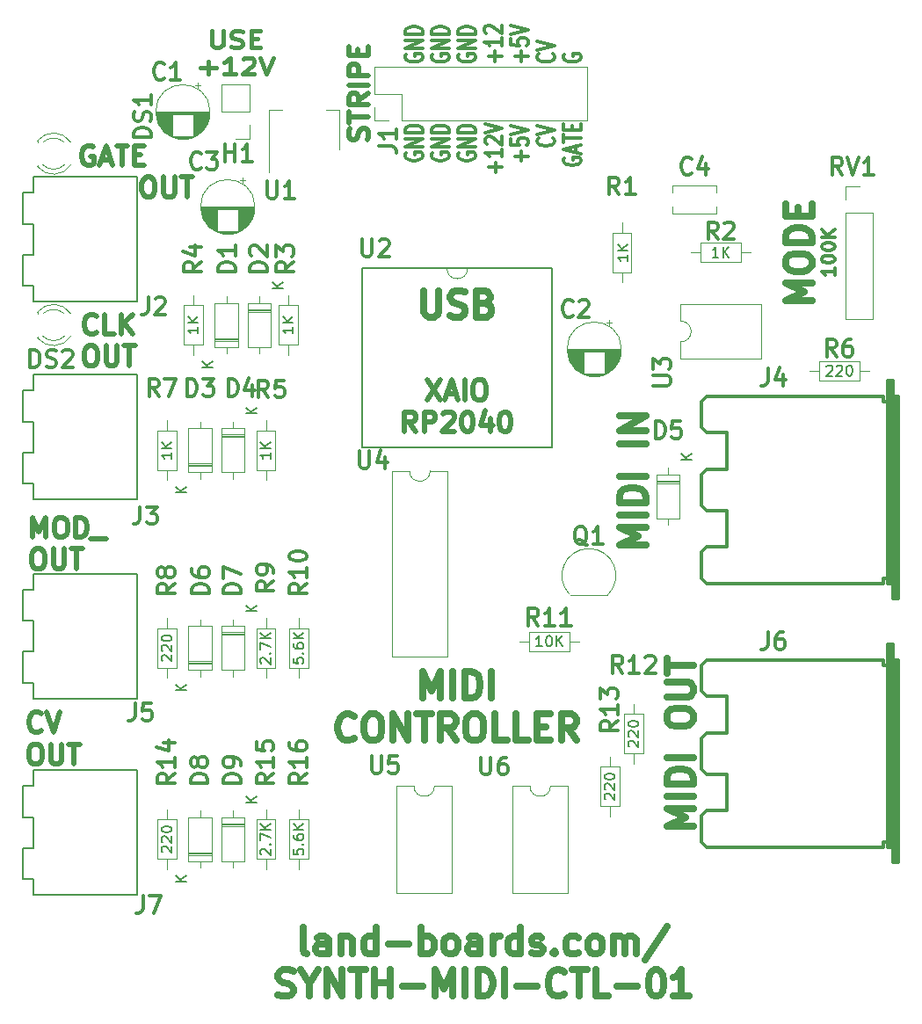
<source format=gto>
%TF.GenerationSoftware,KiCad,Pcbnew,(6.0.1)*%
%TF.CreationDate,2022-09-22T15:31:26-04:00*%
%TF.ProjectId,SYNTH-MIDI-CV-01,53594e54-482d-44d4-9944-492d43562d30,1*%
%TF.SameCoordinates,Original*%
%TF.FileFunction,Legend,Top*%
%TF.FilePolarity,Positive*%
%FSLAX46Y46*%
G04 Gerber Fmt 4.6, Leading zero omitted, Abs format (unit mm)*
G04 Created by KiCad (PCBNEW (6.0.1)) date 2022-09-22 15:31:26*
%MOMM*%
%LPD*%
G01*
G04 APERTURE LIST*
%ADD10C,0.635000*%
%ADD11C,0.469900*%
%ADD12C,0.476250*%
%ADD13C,0.317500*%
%ADD14C,0.381000*%
%ADD15C,0.349250*%
%ADD16C,0.150000*%
%ADD17C,0.120000*%
%ADD18C,0.304800*%
G04 APERTURE END LIST*
D10*
X151009047Y-100378380D02*
X148469047Y-100378380D01*
X150283333Y-99531714D01*
X148469047Y-98685047D01*
X151009047Y-98685047D01*
X151009047Y-97475523D02*
X148469047Y-97475523D01*
X151009047Y-96266000D02*
X148469047Y-96266000D01*
X148469047Y-95661238D01*
X148590000Y-95298380D01*
X148831904Y-95056476D01*
X149073809Y-94935523D01*
X149557619Y-94814571D01*
X149920476Y-94814571D01*
X150404285Y-94935523D01*
X150646190Y-95056476D01*
X150888095Y-95298380D01*
X151009047Y-95661238D01*
X151009047Y-96266000D01*
X151009047Y-93726000D02*
X148469047Y-93726000D01*
X148469047Y-90097428D02*
X148469047Y-89613619D01*
X148590000Y-89371714D01*
X148831904Y-89129809D01*
X149315714Y-89008857D01*
X150162380Y-89008857D01*
X150646190Y-89129809D01*
X150888095Y-89371714D01*
X151009047Y-89613619D01*
X151009047Y-90097428D01*
X150888095Y-90339333D01*
X150646190Y-90581238D01*
X150162380Y-90702190D01*
X149315714Y-90702190D01*
X148831904Y-90581238D01*
X148590000Y-90339333D01*
X148469047Y-90097428D01*
X148469047Y-87920285D02*
X150525238Y-87920285D01*
X150767142Y-87799333D01*
X150888095Y-87678380D01*
X151009047Y-87436476D01*
X151009047Y-86952666D01*
X150888095Y-86710761D01*
X150767142Y-86589809D01*
X150525238Y-86468857D01*
X148469047Y-86468857D01*
X148469047Y-85622190D02*
X148469047Y-84170761D01*
X151009047Y-84896476D02*
X148469047Y-84896476D01*
X146437047Y-73285047D02*
X143897047Y-73285047D01*
X145711333Y-72438380D01*
X143897047Y-71591714D01*
X146437047Y-71591714D01*
X146437047Y-70382190D02*
X143897047Y-70382190D01*
X146437047Y-69172666D02*
X143897047Y-69172666D01*
X143897047Y-68567904D01*
X144018000Y-68205047D01*
X144259904Y-67963142D01*
X144501809Y-67842190D01*
X144985619Y-67721238D01*
X145348476Y-67721238D01*
X145832285Y-67842190D01*
X146074190Y-67963142D01*
X146316095Y-68205047D01*
X146437047Y-68567904D01*
X146437047Y-69172666D01*
X146437047Y-66632666D02*
X143897047Y-66632666D01*
X146437047Y-63487904D02*
X143897047Y-63487904D01*
X146437047Y-62278380D02*
X143897047Y-62278380D01*
X146437047Y-60826952D01*
X143897047Y-60826952D01*
D11*
X93541577Y-52752207D02*
X93450863Y-52841712D01*
X93178720Y-52931217D01*
X92997292Y-52931217D01*
X92725149Y-52841712D01*
X92543720Y-52662702D01*
X92453006Y-52483693D01*
X92362292Y-52125674D01*
X92362292Y-51857160D01*
X92453006Y-51499141D01*
X92543720Y-51320131D01*
X92725149Y-51141122D01*
X92997292Y-51051617D01*
X93178720Y-51051617D01*
X93450863Y-51141122D01*
X93541577Y-51230626D01*
X95265149Y-52931217D02*
X94358006Y-52931217D01*
X94358006Y-51051617D01*
X95900149Y-52931217D02*
X95900149Y-51051617D01*
X96988720Y-52931217D02*
X96172292Y-51857160D01*
X96988720Y-51051617D02*
X95900149Y-52125674D01*
X92815863Y-54077773D02*
X93178720Y-54077773D01*
X93360149Y-54167278D01*
X93541577Y-54346287D01*
X93632292Y-54704306D01*
X93632292Y-55330839D01*
X93541577Y-55688858D01*
X93360149Y-55867868D01*
X93178720Y-55957373D01*
X92815863Y-55957373D01*
X92634435Y-55867868D01*
X92453006Y-55688858D01*
X92362292Y-55330839D01*
X92362292Y-54704306D01*
X92453006Y-54346287D01*
X92634435Y-54167278D01*
X92815863Y-54077773D01*
X94448720Y-54077773D02*
X94448720Y-55599354D01*
X94539435Y-55778363D01*
X94630149Y-55867868D01*
X94811577Y-55957373D01*
X95174435Y-55957373D01*
X95355863Y-55867868D01*
X95446577Y-55778363D01*
X95537292Y-55599354D01*
X95537292Y-54077773D01*
X96172292Y-54077773D02*
X97260863Y-54077773D01*
X96716577Y-55957373D02*
X96716577Y-54077773D01*
X87373006Y-72489217D02*
X87373006Y-70609617D01*
X88008006Y-71952188D01*
X88643006Y-70609617D01*
X88643006Y-72489217D01*
X89913006Y-70609617D02*
X90275863Y-70609617D01*
X90457292Y-70699122D01*
X90638720Y-70878131D01*
X90729435Y-71236150D01*
X90729435Y-71862683D01*
X90638720Y-72220702D01*
X90457292Y-72399712D01*
X90275863Y-72489217D01*
X89913006Y-72489217D01*
X89731577Y-72399712D01*
X89550149Y-72220702D01*
X89459435Y-71862683D01*
X89459435Y-71236150D01*
X89550149Y-70878131D01*
X89731577Y-70699122D01*
X89913006Y-70609617D01*
X91545863Y-72489217D02*
X91545863Y-70609617D01*
X91999435Y-70609617D01*
X92271577Y-70699122D01*
X92453006Y-70878131D01*
X92543720Y-71057141D01*
X92634435Y-71415160D01*
X92634435Y-71683674D01*
X92543720Y-72041693D01*
X92453006Y-72220702D01*
X92271577Y-72399712D01*
X91999435Y-72489217D01*
X91545863Y-72489217D01*
X92997292Y-72668226D02*
X94448720Y-72668226D01*
X87735863Y-73635773D02*
X88098720Y-73635773D01*
X88280149Y-73725278D01*
X88461577Y-73904287D01*
X88552292Y-74262306D01*
X88552292Y-74888839D01*
X88461577Y-75246858D01*
X88280149Y-75425868D01*
X88098720Y-75515373D01*
X87735863Y-75515373D01*
X87554435Y-75425868D01*
X87373006Y-75246858D01*
X87282292Y-74888839D01*
X87282292Y-74262306D01*
X87373006Y-73904287D01*
X87554435Y-73725278D01*
X87735863Y-73635773D01*
X89368720Y-73635773D02*
X89368720Y-75157354D01*
X89459435Y-75336363D01*
X89550149Y-75425868D01*
X89731577Y-75515373D01*
X90094435Y-75515373D01*
X90275863Y-75425868D01*
X90366577Y-75336363D01*
X90457292Y-75157354D01*
X90457292Y-73635773D01*
X91092292Y-73635773D02*
X92180863Y-73635773D01*
X91636577Y-75515373D02*
X91636577Y-73635773D01*
D12*
X125367142Y-57367260D02*
X126637142Y-59272260D01*
X126637142Y-57367260D02*
X125367142Y-59272260D01*
X127272142Y-58727975D02*
X128179285Y-58727975D01*
X127090714Y-59272260D02*
X127725714Y-57367260D01*
X128360714Y-59272260D01*
X128995714Y-59272260D02*
X128995714Y-57367260D01*
X130265714Y-57367260D02*
X130628571Y-57367260D01*
X130810000Y-57457975D01*
X130991428Y-57639403D01*
X131082142Y-58002260D01*
X131082142Y-58637260D01*
X130991428Y-59000117D01*
X130810000Y-59181546D01*
X130628571Y-59272260D01*
X130265714Y-59272260D01*
X130084285Y-59181546D01*
X129902857Y-59000117D01*
X129812142Y-58637260D01*
X129812142Y-58002260D01*
X129902857Y-57639403D01*
X130084285Y-57457975D01*
X130265714Y-57367260D01*
X124278571Y-62339310D02*
X123643571Y-61432167D01*
X123190000Y-62339310D02*
X123190000Y-60434310D01*
X123915714Y-60434310D01*
X124097142Y-60525025D01*
X124187857Y-60615739D01*
X124278571Y-60797167D01*
X124278571Y-61069310D01*
X124187857Y-61250739D01*
X124097142Y-61341453D01*
X123915714Y-61432167D01*
X123190000Y-61432167D01*
X125095000Y-62339310D02*
X125095000Y-60434310D01*
X125820714Y-60434310D01*
X126002142Y-60525025D01*
X126092857Y-60615739D01*
X126183571Y-60797167D01*
X126183571Y-61069310D01*
X126092857Y-61250739D01*
X126002142Y-61341453D01*
X125820714Y-61432167D01*
X125095000Y-61432167D01*
X126909285Y-60615739D02*
X127000000Y-60525025D01*
X127181428Y-60434310D01*
X127635000Y-60434310D01*
X127816428Y-60525025D01*
X127907142Y-60615739D01*
X127997857Y-60797167D01*
X127997857Y-60978596D01*
X127907142Y-61250739D01*
X126818571Y-62339310D01*
X127997857Y-62339310D01*
X129177142Y-60434310D02*
X129358571Y-60434310D01*
X129540000Y-60525025D01*
X129630714Y-60615739D01*
X129721428Y-60797167D01*
X129812142Y-61160025D01*
X129812142Y-61613596D01*
X129721428Y-61976453D01*
X129630714Y-62157882D01*
X129540000Y-62248596D01*
X129358571Y-62339310D01*
X129177142Y-62339310D01*
X128995714Y-62248596D01*
X128905000Y-62157882D01*
X128814285Y-61976453D01*
X128723571Y-61613596D01*
X128723571Y-61160025D01*
X128814285Y-60797167D01*
X128905000Y-60615739D01*
X128995714Y-60525025D01*
X129177142Y-60434310D01*
X131445000Y-61069310D02*
X131445000Y-62339310D01*
X130991428Y-60343596D02*
X130537857Y-61704310D01*
X131717142Y-61704310D01*
X132805714Y-60434310D02*
X132987142Y-60434310D01*
X133168571Y-60525025D01*
X133259285Y-60615739D01*
X133350000Y-60797167D01*
X133440714Y-61160025D01*
X133440714Y-61613596D01*
X133350000Y-61976453D01*
X133259285Y-62157882D01*
X133168571Y-62248596D01*
X132987142Y-62339310D01*
X132805714Y-62339310D01*
X132624285Y-62248596D01*
X132533571Y-62157882D01*
X132442857Y-61976453D01*
X132352142Y-61613596D01*
X132352142Y-61160025D01*
X132442857Y-60797167D01*
X132533571Y-60615739D01*
X132624285Y-60525025D01*
X132805714Y-60434310D01*
X119643071Y-34208357D02*
X119733785Y-33936214D01*
X119733785Y-33482642D01*
X119643071Y-33301214D01*
X119552357Y-33210500D01*
X119370928Y-33119785D01*
X119189500Y-33119785D01*
X119008071Y-33210500D01*
X118917357Y-33301214D01*
X118826642Y-33482642D01*
X118735928Y-33845500D01*
X118645214Y-34026928D01*
X118554500Y-34117642D01*
X118373071Y-34208357D01*
X118191642Y-34208357D01*
X118010214Y-34117642D01*
X117919500Y-34026928D01*
X117828785Y-33845500D01*
X117828785Y-33391928D01*
X117919500Y-33119785D01*
X117828785Y-32575500D02*
X117828785Y-31486928D01*
X119733785Y-32031214D02*
X117828785Y-32031214D01*
X119733785Y-29763357D02*
X118826642Y-30398357D01*
X119733785Y-30851928D02*
X117828785Y-30851928D01*
X117828785Y-30126214D01*
X117919500Y-29944785D01*
X118010214Y-29854071D01*
X118191642Y-29763357D01*
X118463785Y-29763357D01*
X118645214Y-29854071D01*
X118735928Y-29944785D01*
X118826642Y-30126214D01*
X118826642Y-30851928D01*
X119733785Y-28946928D02*
X117828785Y-28946928D01*
X119733785Y-28039785D02*
X117828785Y-28039785D01*
X117828785Y-27314071D01*
X117919500Y-27132642D01*
X118010214Y-27041928D01*
X118191642Y-26951214D01*
X118463785Y-26951214D01*
X118645214Y-27041928D01*
X118735928Y-27132642D01*
X118826642Y-27314071D01*
X118826642Y-28039785D01*
X118735928Y-26134785D02*
X118735928Y-25499785D01*
X119733785Y-25227642D02*
X119733785Y-26134785D01*
X117828785Y-26134785D01*
X117828785Y-25227642D01*
D13*
X125920500Y-26004005D02*
X125841880Y-26124958D01*
X125841880Y-26306386D01*
X125920500Y-26487815D01*
X126077738Y-26608767D01*
X126234976Y-26669244D01*
X126549452Y-26729720D01*
X126785309Y-26729720D01*
X127099785Y-26669244D01*
X127257023Y-26608767D01*
X127414261Y-26487815D01*
X127492880Y-26306386D01*
X127492880Y-26185434D01*
X127414261Y-26004005D01*
X127335642Y-25943529D01*
X126785309Y-25943529D01*
X126785309Y-26185434D01*
X127492880Y-25399244D02*
X125841880Y-25399244D01*
X127492880Y-24673529D01*
X125841880Y-24673529D01*
X127492880Y-24068767D02*
X125841880Y-24068767D01*
X125841880Y-23766386D01*
X125920500Y-23584958D01*
X126077738Y-23464005D01*
X126234976Y-23403529D01*
X126549452Y-23343053D01*
X126785309Y-23343053D01*
X127099785Y-23403529D01*
X127257023Y-23464005D01*
X127414261Y-23584958D01*
X127492880Y-23766386D01*
X127492880Y-24068767D01*
X128460500Y-26004005D02*
X128381880Y-26124958D01*
X128381880Y-26306386D01*
X128460500Y-26487815D01*
X128617738Y-26608767D01*
X128774976Y-26669244D01*
X129089452Y-26729720D01*
X129325309Y-26729720D01*
X129639785Y-26669244D01*
X129797023Y-26608767D01*
X129954261Y-26487815D01*
X130032880Y-26306386D01*
X130032880Y-26185434D01*
X129954261Y-26004005D01*
X129875642Y-25943529D01*
X129325309Y-25943529D01*
X129325309Y-26185434D01*
X130032880Y-25399244D02*
X128381880Y-25399244D01*
X130032880Y-24673529D01*
X128381880Y-24673529D01*
X130032880Y-24068767D02*
X128381880Y-24068767D01*
X128381880Y-23766386D01*
X128460500Y-23584958D01*
X128617738Y-23464005D01*
X128774976Y-23403529D01*
X129089452Y-23343053D01*
X129325309Y-23343053D01*
X129639785Y-23403529D01*
X129797023Y-23464005D01*
X129954261Y-23584958D01*
X130032880Y-23766386D01*
X130032880Y-24068767D01*
D11*
X93196863Y-34885122D02*
X93015435Y-34795617D01*
X92743292Y-34795617D01*
X92471149Y-34885122D01*
X92289720Y-35064131D01*
X92199006Y-35243141D01*
X92108292Y-35601160D01*
X92108292Y-35869674D01*
X92199006Y-36227693D01*
X92289720Y-36406702D01*
X92471149Y-36585712D01*
X92743292Y-36675217D01*
X92924720Y-36675217D01*
X93196863Y-36585712D01*
X93287577Y-36496207D01*
X93287577Y-35869674D01*
X92924720Y-35869674D01*
X94013292Y-36138188D02*
X94920435Y-36138188D01*
X93831863Y-36675217D02*
X94466863Y-34795617D01*
X95101863Y-36675217D01*
X95464720Y-34795617D02*
X96553292Y-34795617D01*
X96009006Y-36675217D02*
X96009006Y-34795617D01*
X97188292Y-35690664D02*
X97823292Y-35690664D01*
X98095435Y-36675217D02*
X97188292Y-36675217D01*
X97188292Y-34795617D01*
X98095435Y-34795617D01*
X98367577Y-37821773D02*
X98730435Y-37821773D01*
X98911863Y-37911278D01*
X99093292Y-38090287D01*
X99184006Y-38448306D01*
X99184006Y-39074839D01*
X99093292Y-39432858D01*
X98911863Y-39611868D01*
X98730435Y-39701373D01*
X98367577Y-39701373D01*
X98186149Y-39611868D01*
X98004720Y-39432858D01*
X97914006Y-39074839D01*
X97914006Y-38448306D01*
X98004720Y-38090287D01*
X98186149Y-37911278D01*
X98367577Y-37821773D01*
X100000435Y-37821773D02*
X100000435Y-39343354D01*
X100091149Y-39522363D01*
X100181863Y-39611868D01*
X100363292Y-39701373D01*
X100726149Y-39701373D01*
X100907577Y-39611868D01*
X100998292Y-39522363D01*
X101089006Y-39343354D01*
X101089006Y-37821773D01*
X101724006Y-37821773D02*
X102812577Y-37821773D01*
X102268292Y-39701373D02*
X102268292Y-37821773D01*
D13*
X137495642Y-34048851D02*
X137574261Y-34109327D01*
X137652880Y-34290755D01*
X137652880Y-34411708D01*
X137574261Y-34593136D01*
X137417023Y-34714089D01*
X137259785Y-34774565D01*
X136945309Y-34835041D01*
X136709452Y-34835041D01*
X136394976Y-34774565D01*
X136237738Y-34714089D01*
X136080500Y-34593136D01*
X136001880Y-34411708D01*
X136001880Y-34290755D01*
X136080500Y-34109327D01*
X136159119Y-34048851D01*
X136001880Y-33685994D02*
X137652880Y-33262660D01*
X136001880Y-32839327D01*
X134483928Y-26671244D02*
X134483928Y-25703625D01*
X135112880Y-26187434D02*
X133854976Y-26187434D01*
X133461880Y-24494101D02*
X133461880Y-25098863D01*
X134248071Y-25159339D01*
X134169452Y-25098863D01*
X134090833Y-24977910D01*
X134090833Y-24675529D01*
X134169452Y-24554577D01*
X134248071Y-24494101D01*
X134405309Y-24433625D01*
X134798404Y-24433625D01*
X134955642Y-24494101D01*
X135034261Y-24554577D01*
X135112880Y-24675529D01*
X135112880Y-24977910D01*
X135034261Y-25098863D01*
X134955642Y-25159339D01*
X133461880Y-24070767D02*
X135112880Y-23647434D01*
X133461880Y-23224101D01*
D10*
X113816190Y-112642347D02*
X113574285Y-112521395D01*
X113453333Y-112279490D01*
X113453333Y-110102347D01*
X115872380Y-112642347D02*
X115872380Y-111311871D01*
X115751428Y-111069966D01*
X115509523Y-110949014D01*
X115025714Y-110949014D01*
X114783809Y-111069966D01*
X115872380Y-112521395D02*
X115630476Y-112642347D01*
X115025714Y-112642347D01*
X114783809Y-112521395D01*
X114662857Y-112279490D01*
X114662857Y-112037585D01*
X114783809Y-111795680D01*
X115025714Y-111674728D01*
X115630476Y-111674728D01*
X115872380Y-111553776D01*
X117081904Y-110949014D02*
X117081904Y-112642347D01*
X117081904Y-111190919D02*
X117202857Y-111069966D01*
X117444761Y-110949014D01*
X117807619Y-110949014D01*
X118049523Y-111069966D01*
X118170476Y-111311871D01*
X118170476Y-112642347D01*
X120468571Y-112642347D02*
X120468571Y-110102347D01*
X120468571Y-112521395D02*
X120226666Y-112642347D01*
X119742857Y-112642347D01*
X119500952Y-112521395D01*
X119380000Y-112400442D01*
X119259047Y-112158538D01*
X119259047Y-111432823D01*
X119380000Y-111190919D01*
X119500952Y-111069966D01*
X119742857Y-110949014D01*
X120226666Y-110949014D01*
X120468571Y-111069966D01*
X121678095Y-111674728D02*
X123613333Y-111674728D01*
X124822857Y-112642347D02*
X124822857Y-110102347D01*
X124822857Y-111069966D02*
X125064761Y-110949014D01*
X125548571Y-110949014D01*
X125790476Y-111069966D01*
X125911428Y-111190919D01*
X126032380Y-111432823D01*
X126032380Y-112158538D01*
X125911428Y-112400442D01*
X125790476Y-112521395D01*
X125548571Y-112642347D01*
X125064761Y-112642347D01*
X124822857Y-112521395D01*
X127483809Y-112642347D02*
X127241904Y-112521395D01*
X127120952Y-112400442D01*
X127000000Y-112158538D01*
X127000000Y-111432823D01*
X127120952Y-111190919D01*
X127241904Y-111069966D01*
X127483809Y-110949014D01*
X127846666Y-110949014D01*
X128088571Y-111069966D01*
X128209523Y-111190919D01*
X128330476Y-111432823D01*
X128330476Y-112158538D01*
X128209523Y-112400442D01*
X128088571Y-112521395D01*
X127846666Y-112642347D01*
X127483809Y-112642347D01*
X130507619Y-112642347D02*
X130507619Y-111311871D01*
X130386666Y-111069966D01*
X130144761Y-110949014D01*
X129660952Y-110949014D01*
X129419047Y-111069966D01*
X130507619Y-112521395D02*
X130265714Y-112642347D01*
X129660952Y-112642347D01*
X129419047Y-112521395D01*
X129298095Y-112279490D01*
X129298095Y-112037585D01*
X129419047Y-111795680D01*
X129660952Y-111674728D01*
X130265714Y-111674728D01*
X130507619Y-111553776D01*
X131717142Y-112642347D02*
X131717142Y-110949014D01*
X131717142Y-111432823D02*
X131838095Y-111190919D01*
X131959047Y-111069966D01*
X132200952Y-110949014D01*
X132442857Y-110949014D01*
X134378095Y-112642347D02*
X134378095Y-110102347D01*
X134378095Y-112521395D02*
X134136190Y-112642347D01*
X133652380Y-112642347D01*
X133410476Y-112521395D01*
X133289523Y-112400442D01*
X133168571Y-112158538D01*
X133168571Y-111432823D01*
X133289523Y-111190919D01*
X133410476Y-111069966D01*
X133652380Y-110949014D01*
X134136190Y-110949014D01*
X134378095Y-111069966D01*
X135466666Y-112521395D02*
X135708571Y-112642347D01*
X136192380Y-112642347D01*
X136434285Y-112521395D01*
X136555238Y-112279490D01*
X136555238Y-112158538D01*
X136434285Y-111916633D01*
X136192380Y-111795680D01*
X135829523Y-111795680D01*
X135587619Y-111674728D01*
X135466666Y-111432823D01*
X135466666Y-111311871D01*
X135587619Y-111069966D01*
X135829523Y-110949014D01*
X136192380Y-110949014D01*
X136434285Y-111069966D01*
X137643809Y-112400442D02*
X137764761Y-112521395D01*
X137643809Y-112642347D01*
X137522857Y-112521395D01*
X137643809Y-112400442D01*
X137643809Y-112642347D01*
X139941904Y-112521395D02*
X139700000Y-112642347D01*
X139216190Y-112642347D01*
X138974285Y-112521395D01*
X138853333Y-112400442D01*
X138732380Y-112158538D01*
X138732380Y-111432823D01*
X138853333Y-111190919D01*
X138974285Y-111069966D01*
X139216190Y-110949014D01*
X139700000Y-110949014D01*
X139941904Y-111069966D01*
X141393333Y-112642347D02*
X141151428Y-112521395D01*
X141030476Y-112400442D01*
X140909523Y-112158538D01*
X140909523Y-111432823D01*
X141030476Y-111190919D01*
X141151428Y-111069966D01*
X141393333Y-110949014D01*
X141756190Y-110949014D01*
X141998095Y-111069966D01*
X142119047Y-111190919D01*
X142240000Y-111432823D01*
X142240000Y-112158538D01*
X142119047Y-112400442D01*
X141998095Y-112521395D01*
X141756190Y-112642347D01*
X141393333Y-112642347D01*
X143328571Y-112642347D02*
X143328571Y-110949014D01*
X143328571Y-111190919D02*
X143449523Y-111069966D01*
X143691428Y-110949014D01*
X144054285Y-110949014D01*
X144296190Y-111069966D01*
X144417142Y-111311871D01*
X144417142Y-112642347D01*
X144417142Y-111311871D02*
X144538095Y-111069966D01*
X144780000Y-110949014D01*
X145142857Y-110949014D01*
X145384761Y-111069966D01*
X145505714Y-111311871D01*
X145505714Y-112642347D01*
X148529523Y-109981395D02*
X146352380Y-113247109D01*
X111034285Y-116610795D02*
X111397142Y-116731747D01*
X112001904Y-116731747D01*
X112243809Y-116610795D01*
X112364761Y-116489842D01*
X112485714Y-116247938D01*
X112485714Y-116006033D01*
X112364761Y-115764128D01*
X112243809Y-115643176D01*
X112001904Y-115522223D01*
X111518095Y-115401271D01*
X111276190Y-115280319D01*
X111155238Y-115159366D01*
X111034285Y-114917461D01*
X111034285Y-114675557D01*
X111155238Y-114433652D01*
X111276190Y-114312700D01*
X111518095Y-114191747D01*
X112122857Y-114191747D01*
X112485714Y-114312700D01*
X114058095Y-115522223D02*
X114058095Y-116731747D01*
X113211428Y-114191747D02*
X114058095Y-115522223D01*
X114904761Y-114191747D01*
X115751428Y-116731747D02*
X115751428Y-114191747D01*
X117202857Y-116731747D01*
X117202857Y-114191747D01*
X118049523Y-114191747D02*
X119500952Y-114191747D01*
X118775238Y-116731747D02*
X118775238Y-114191747D01*
X120347619Y-116731747D02*
X120347619Y-114191747D01*
X120347619Y-115401271D02*
X121799047Y-115401271D01*
X121799047Y-116731747D02*
X121799047Y-114191747D01*
X123008571Y-115764128D02*
X124943809Y-115764128D01*
X126153333Y-116731747D02*
X126153333Y-114191747D01*
X127000000Y-116006033D01*
X127846666Y-114191747D01*
X127846666Y-116731747D01*
X129056190Y-116731747D02*
X129056190Y-114191747D01*
X130265714Y-116731747D02*
X130265714Y-114191747D01*
X130870476Y-114191747D01*
X131233333Y-114312700D01*
X131475238Y-114554604D01*
X131596190Y-114796509D01*
X131717142Y-115280319D01*
X131717142Y-115643176D01*
X131596190Y-116126985D01*
X131475238Y-116368890D01*
X131233333Y-116610795D01*
X130870476Y-116731747D01*
X130265714Y-116731747D01*
X132805714Y-116731747D02*
X132805714Y-114191747D01*
X134015238Y-115764128D02*
X135950476Y-115764128D01*
X138611428Y-116489842D02*
X138490476Y-116610795D01*
X138127619Y-116731747D01*
X137885714Y-116731747D01*
X137522857Y-116610795D01*
X137280952Y-116368890D01*
X137160000Y-116126985D01*
X137039047Y-115643176D01*
X137039047Y-115280319D01*
X137160000Y-114796509D01*
X137280952Y-114554604D01*
X137522857Y-114312700D01*
X137885714Y-114191747D01*
X138127619Y-114191747D01*
X138490476Y-114312700D01*
X138611428Y-114433652D01*
X139337142Y-114191747D02*
X140788571Y-114191747D01*
X140062857Y-116731747D02*
X140062857Y-114191747D01*
X142844761Y-116731747D02*
X141635238Y-116731747D01*
X141635238Y-114191747D01*
X143691428Y-115764128D02*
X145626666Y-115764128D01*
X147320000Y-114191747D02*
X147561904Y-114191747D01*
X147803809Y-114312700D01*
X147924761Y-114433652D01*
X148045714Y-114675557D01*
X148166666Y-115159366D01*
X148166666Y-115764128D01*
X148045714Y-116247938D01*
X147924761Y-116489842D01*
X147803809Y-116610795D01*
X147561904Y-116731747D01*
X147320000Y-116731747D01*
X147078095Y-116610795D01*
X146957142Y-116489842D01*
X146836190Y-116247938D01*
X146715238Y-115764128D01*
X146715238Y-115159366D01*
X146836190Y-114675557D01*
X146957142Y-114433652D01*
X147078095Y-114312700D01*
X147320000Y-114191747D01*
X150585714Y-116731747D02*
X149134285Y-116731747D01*
X149860000Y-116731747D02*
X149860000Y-114191747D01*
X149618095Y-114554604D01*
X149376190Y-114796509D01*
X149134285Y-114917461D01*
D13*
X123380500Y-35489232D02*
X123301880Y-35610184D01*
X123301880Y-35791613D01*
X123380500Y-35973041D01*
X123537738Y-36093994D01*
X123694976Y-36154470D01*
X124009452Y-36214946D01*
X124245309Y-36214946D01*
X124559785Y-36154470D01*
X124717023Y-36093994D01*
X124874261Y-35973041D01*
X124952880Y-35791613D01*
X124952880Y-35670660D01*
X124874261Y-35489232D01*
X124795642Y-35428755D01*
X124245309Y-35428755D01*
X124245309Y-35670660D01*
X124952880Y-34884470D02*
X123301880Y-34884470D01*
X124952880Y-34158755D01*
X123301880Y-34158755D01*
X124952880Y-33553994D02*
X123301880Y-33553994D01*
X123301880Y-33251613D01*
X123380500Y-33070184D01*
X123537738Y-32949232D01*
X123694976Y-32888755D01*
X124009452Y-32828279D01*
X124245309Y-32828279D01*
X124559785Y-32888755D01*
X124717023Y-32949232D01*
X124874261Y-33070184D01*
X124952880Y-33251613D01*
X124952880Y-33553994D01*
X131973928Y-37363994D02*
X131973928Y-36396375D01*
X132602880Y-36880184D02*
X131344976Y-36880184D01*
X132602880Y-35126375D02*
X132602880Y-35852089D01*
X132602880Y-35489232D02*
X130951880Y-35489232D01*
X131187738Y-35610184D01*
X131344976Y-35731136D01*
X131423595Y-35852089D01*
X131109119Y-34642565D02*
X131030500Y-34582089D01*
X130951880Y-34461136D01*
X130951880Y-34158755D01*
X131030500Y-34037803D01*
X131109119Y-33977327D01*
X131266357Y-33916851D01*
X131423595Y-33916851D01*
X131659452Y-33977327D01*
X132602880Y-34703041D01*
X132602880Y-33916851D01*
X130951880Y-33553994D02*
X132602880Y-33130660D01*
X130951880Y-32707327D01*
X134483928Y-36286470D02*
X134483928Y-35318851D01*
X135112880Y-35802660D02*
X133854976Y-35802660D01*
X133461880Y-34109327D02*
X133461880Y-34714089D01*
X134248071Y-34774565D01*
X134169452Y-34714089D01*
X134090833Y-34593136D01*
X134090833Y-34290755D01*
X134169452Y-34169803D01*
X134248071Y-34109327D01*
X134405309Y-34048851D01*
X134798404Y-34048851D01*
X134955642Y-34109327D01*
X135034261Y-34169803D01*
X135112880Y-34290755D01*
X135112880Y-34593136D01*
X135034261Y-34714089D01*
X134955642Y-34774565D01*
X133461880Y-33685994D02*
X135112880Y-33262660D01*
X133461880Y-32839327D01*
X128460500Y-35489232D02*
X128381880Y-35610184D01*
X128381880Y-35791613D01*
X128460500Y-35973041D01*
X128617738Y-36093994D01*
X128774976Y-36154470D01*
X129089452Y-36214946D01*
X129325309Y-36214946D01*
X129639785Y-36154470D01*
X129797023Y-36093994D01*
X129954261Y-35973041D01*
X130032880Y-35791613D01*
X130032880Y-35670660D01*
X129954261Y-35489232D01*
X129875642Y-35428755D01*
X129325309Y-35428755D01*
X129325309Y-35670660D01*
X130032880Y-34884470D02*
X128381880Y-34884470D01*
X130032880Y-34158755D01*
X128381880Y-34158755D01*
X130032880Y-33553994D02*
X128381880Y-33553994D01*
X128381880Y-33251613D01*
X128460500Y-33070184D01*
X128617738Y-32949232D01*
X128774976Y-32888755D01*
X129089452Y-32828279D01*
X129325309Y-32828279D01*
X129639785Y-32888755D01*
X129797023Y-32949232D01*
X129954261Y-33070184D01*
X130032880Y-33251613D01*
X130032880Y-33553994D01*
X138620500Y-35971994D02*
X138541880Y-36092946D01*
X138541880Y-36274375D01*
X138620500Y-36455803D01*
X138777738Y-36576755D01*
X138934976Y-36637232D01*
X139249452Y-36697708D01*
X139485309Y-36697708D01*
X139799785Y-36637232D01*
X139957023Y-36576755D01*
X140114261Y-36455803D01*
X140192880Y-36274375D01*
X140192880Y-36153422D01*
X140114261Y-35971994D01*
X140035642Y-35911517D01*
X139485309Y-35911517D01*
X139485309Y-36153422D01*
X139721166Y-35427708D02*
X139721166Y-34822946D01*
X140192880Y-35548660D02*
X138541880Y-35125327D01*
X140192880Y-34701994D01*
X138541880Y-34460089D02*
X138541880Y-33734375D01*
X140192880Y-34097232D02*
X138541880Y-34097232D01*
X139328071Y-33311041D02*
X139328071Y-32887708D01*
X140192880Y-32706279D02*
X140192880Y-33311041D01*
X138541880Y-33311041D01*
X138541880Y-32706279D01*
D12*
X88211705Y-91094832D02*
X88120991Y-91185546D01*
X87848848Y-91276260D01*
X87667419Y-91276260D01*
X87395276Y-91185546D01*
X87213848Y-91004117D01*
X87123133Y-90822689D01*
X87032419Y-90459832D01*
X87032419Y-90187689D01*
X87123133Y-89824832D01*
X87213848Y-89643403D01*
X87395276Y-89461975D01*
X87667419Y-89371260D01*
X87848848Y-89371260D01*
X88120991Y-89461975D01*
X88211705Y-89552689D01*
X88755991Y-89371260D02*
X89390991Y-91276260D01*
X90025991Y-89371260D01*
X87485991Y-92438310D02*
X87848848Y-92438310D01*
X88030276Y-92529025D01*
X88211705Y-92710453D01*
X88302419Y-93073310D01*
X88302419Y-93708310D01*
X88211705Y-94071167D01*
X88030276Y-94252596D01*
X87848848Y-94343310D01*
X87485991Y-94343310D01*
X87304562Y-94252596D01*
X87123133Y-94071167D01*
X87032419Y-93708310D01*
X87032419Y-93073310D01*
X87123133Y-92710453D01*
X87304562Y-92529025D01*
X87485991Y-92438310D01*
X89118848Y-92438310D02*
X89118848Y-93980453D01*
X89209562Y-94161882D01*
X89300276Y-94252596D01*
X89481705Y-94343310D01*
X89844562Y-94343310D01*
X90025991Y-94252596D01*
X90116705Y-94161882D01*
X90207419Y-93980453D01*
X90207419Y-92438310D01*
X90842419Y-92438310D02*
X91930991Y-92438310D01*
X91386705Y-94343310D02*
X91386705Y-92438310D01*
D13*
X137495642Y-25943529D02*
X137574261Y-26004005D01*
X137652880Y-26185434D01*
X137652880Y-26306386D01*
X137574261Y-26487815D01*
X137417023Y-26608767D01*
X137259785Y-26669244D01*
X136945309Y-26729720D01*
X136709452Y-26729720D01*
X136394976Y-26669244D01*
X136237738Y-26608767D01*
X136080500Y-26487815D01*
X136001880Y-26306386D01*
X136001880Y-26185434D01*
X136080500Y-26004005D01*
X136159119Y-25943529D01*
X136001880Y-25580672D02*
X137652880Y-25157339D01*
X136001880Y-24734005D01*
D10*
X125064761Y-48774047D02*
X125064761Y-50830238D01*
X125185714Y-51072142D01*
X125306666Y-51193095D01*
X125548571Y-51314047D01*
X126032380Y-51314047D01*
X126274285Y-51193095D01*
X126395238Y-51072142D01*
X126516190Y-50830238D01*
X126516190Y-48774047D01*
X127604761Y-51193095D02*
X127967619Y-51314047D01*
X128572380Y-51314047D01*
X128814285Y-51193095D01*
X128935238Y-51072142D01*
X129056190Y-50830238D01*
X129056190Y-50588333D01*
X128935238Y-50346428D01*
X128814285Y-50225476D01*
X128572380Y-50104523D01*
X128088571Y-49983571D01*
X127846666Y-49862619D01*
X127725714Y-49741666D01*
X127604761Y-49499761D01*
X127604761Y-49257857D01*
X127725714Y-49015952D01*
X127846666Y-48895000D01*
X128088571Y-48774047D01*
X128693333Y-48774047D01*
X129056190Y-48895000D01*
X130991428Y-49983571D02*
X131354285Y-50104523D01*
X131475238Y-50225476D01*
X131596190Y-50467380D01*
X131596190Y-50830238D01*
X131475238Y-51072142D01*
X131354285Y-51193095D01*
X131112380Y-51314047D01*
X130144761Y-51314047D01*
X130144761Y-48774047D01*
X130991428Y-48774047D01*
X131233333Y-48895000D01*
X131354285Y-49015952D01*
X131475238Y-49257857D01*
X131475238Y-49499761D01*
X131354285Y-49741666D01*
X131233333Y-49862619D01*
X130991428Y-49983571D01*
X130144761Y-49983571D01*
D13*
X131943928Y-26671244D02*
X131943928Y-25703625D01*
X132572880Y-26187434D02*
X131314976Y-26187434D01*
X132572880Y-24433625D02*
X132572880Y-25159339D01*
X132572880Y-24796482D02*
X130921880Y-24796482D01*
X131157738Y-24917434D01*
X131314976Y-25038386D01*
X131393595Y-25159339D01*
X131079119Y-23949815D02*
X131000500Y-23889339D01*
X130921880Y-23768386D01*
X130921880Y-23466005D01*
X131000500Y-23345053D01*
X131079119Y-23284577D01*
X131236357Y-23224101D01*
X131393595Y-23224101D01*
X131629452Y-23284577D01*
X132572880Y-24010291D01*
X132572880Y-23224101D01*
X123380500Y-26004005D02*
X123301880Y-26124958D01*
X123301880Y-26306386D01*
X123380500Y-26487815D01*
X123537738Y-26608767D01*
X123694976Y-26669244D01*
X124009452Y-26729720D01*
X124245309Y-26729720D01*
X124559785Y-26669244D01*
X124717023Y-26608767D01*
X124874261Y-26487815D01*
X124952880Y-26306386D01*
X124952880Y-26185434D01*
X124874261Y-26004005D01*
X124795642Y-25943529D01*
X124245309Y-25943529D01*
X124245309Y-26185434D01*
X124952880Y-25399244D02*
X123301880Y-25399244D01*
X124952880Y-24673529D01*
X123301880Y-24673529D01*
X124952880Y-24068767D02*
X123301880Y-24068767D01*
X123301880Y-23766386D01*
X123380500Y-23584958D01*
X123537738Y-23464005D01*
X123694976Y-23403529D01*
X124009452Y-23343053D01*
X124245309Y-23343053D01*
X124559785Y-23403529D01*
X124717023Y-23464005D01*
X124874261Y-23584958D01*
X124952880Y-23766386D01*
X124952880Y-24068767D01*
D10*
X162439047Y-49681190D02*
X159899047Y-49681190D01*
X161713333Y-48834523D01*
X159899047Y-47987857D01*
X162439047Y-47987857D01*
X159899047Y-46294523D02*
X159899047Y-45810714D01*
X160020000Y-45568809D01*
X160261904Y-45326904D01*
X160745714Y-45205952D01*
X161592380Y-45205952D01*
X162076190Y-45326904D01*
X162318095Y-45568809D01*
X162439047Y-45810714D01*
X162439047Y-46294523D01*
X162318095Y-46536428D01*
X162076190Y-46778333D01*
X161592380Y-46899285D01*
X160745714Y-46899285D01*
X160261904Y-46778333D01*
X160020000Y-46536428D01*
X159899047Y-46294523D01*
X162439047Y-44117380D02*
X159899047Y-44117380D01*
X159899047Y-43512619D01*
X160020000Y-43149761D01*
X160261904Y-42907857D01*
X160503809Y-42786904D01*
X160987619Y-42665952D01*
X161350476Y-42665952D01*
X161834285Y-42786904D01*
X162076190Y-42907857D01*
X162318095Y-43149761D01*
X162439047Y-43512619D01*
X162439047Y-44117380D01*
X161108571Y-41577380D02*
X161108571Y-40730714D01*
X162439047Y-40367857D02*
X162439047Y-41577380D01*
X159899047Y-41577380D01*
X159899047Y-40367857D01*
X124943809Y-88004347D02*
X124943809Y-85464347D01*
X125790476Y-87278633D01*
X126637142Y-85464347D01*
X126637142Y-88004347D01*
X127846666Y-88004347D02*
X127846666Y-85464347D01*
X129056190Y-88004347D02*
X129056190Y-85464347D01*
X129660952Y-85464347D01*
X130023809Y-85585300D01*
X130265714Y-85827204D01*
X130386666Y-86069109D01*
X130507619Y-86552919D01*
X130507619Y-86915776D01*
X130386666Y-87399585D01*
X130265714Y-87641490D01*
X130023809Y-87883395D01*
X129660952Y-88004347D01*
X129056190Y-88004347D01*
X131596190Y-88004347D02*
X131596190Y-85464347D01*
X118351904Y-91851842D02*
X118230952Y-91972795D01*
X117868095Y-92093747D01*
X117626190Y-92093747D01*
X117263333Y-91972795D01*
X117021428Y-91730890D01*
X116900476Y-91488985D01*
X116779523Y-91005176D01*
X116779523Y-90642319D01*
X116900476Y-90158509D01*
X117021428Y-89916604D01*
X117263333Y-89674700D01*
X117626190Y-89553747D01*
X117868095Y-89553747D01*
X118230952Y-89674700D01*
X118351904Y-89795652D01*
X119924285Y-89553747D02*
X120408095Y-89553747D01*
X120650000Y-89674700D01*
X120891904Y-89916604D01*
X121012857Y-90400414D01*
X121012857Y-91247080D01*
X120891904Y-91730890D01*
X120650000Y-91972795D01*
X120408095Y-92093747D01*
X119924285Y-92093747D01*
X119682380Y-91972795D01*
X119440476Y-91730890D01*
X119319523Y-91247080D01*
X119319523Y-90400414D01*
X119440476Y-89916604D01*
X119682380Y-89674700D01*
X119924285Y-89553747D01*
X122101428Y-92093747D02*
X122101428Y-89553747D01*
X123552857Y-92093747D01*
X123552857Y-89553747D01*
X124399523Y-89553747D02*
X125850952Y-89553747D01*
X125125238Y-92093747D02*
X125125238Y-89553747D01*
X128149047Y-92093747D02*
X127302380Y-90884223D01*
X126697619Y-92093747D02*
X126697619Y-89553747D01*
X127665238Y-89553747D01*
X127907142Y-89674700D01*
X128028095Y-89795652D01*
X128149047Y-90037557D01*
X128149047Y-90400414D01*
X128028095Y-90642319D01*
X127907142Y-90763271D01*
X127665238Y-90884223D01*
X126697619Y-90884223D01*
X129721428Y-89553747D02*
X130205238Y-89553747D01*
X130447142Y-89674700D01*
X130689047Y-89916604D01*
X130810000Y-90400414D01*
X130810000Y-91247080D01*
X130689047Y-91730890D01*
X130447142Y-91972795D01*
X130205238Y-92093747D01*
X129721428Y-92093747D01*
X129479523Y-91972795D01*
X129237619Y-91730890D01*
X129116666Y-91247080D01*
X129116666Y-90400414D01*
X129237619Y-89916604D01*
X129479523Y-89674700D01*
X129721428Y-89553747D01*
X133108095Y-92093747D02*
X131898571Y-92093747D01*
X131898571Y-89553747D01*
X135164285Y-92093747D02*
X133954761Y-92093747D01*
X133954761Y-89553747D01*
X136010952Y-90763271D02*
X136857619Y-90763271D01*
X137220476Y-92093747D02*
X136010952Y-92093747D01*
X136010952Y-89553747D01*
X137220476Y-89553747D01*
X139760476Y-92093747D02*
X138913809Y-90884223D01*
X138309047Y-92093747D02*
X138309047Y-89553747D01*
X139276666Y-89553747D01*
X139518571Y-89674700D01*
X139639523Y-89795652D01*
X139760476Y-90037557D01*
X139760476Y-90400414D01*
X139639523Y-90642319D01*
X139518571Y-90763271D01*
X139276666Y-90884223D01*
X138309047Y-90884223D01*
D13*
X125920500Y-35489232D02*
X125841880Y-35610184D01*
X125841880Y-35791613D01*
X125920500Y-35973041D01*
X126077738Y-36093994D01*
X126234976Y-36154470D01*
X126549452Y-36214946D01*
X126785309Y-36214946D01*
X127099785Y-36154470D01*
X127257023Y-36093994D01*
X127414261Y-35973041D01*
X127492880Y-35791613D01*
X127492880Y-35670660D01*
X127414261Y-35489232D01*
X127335642Y-35428755D01*
X126785309Y-35428755D01*
X126785309Y-35670660D01*
X127492880Y-34884470D02*
X125841880Y-34884470D01*
X127492880Y-34158755D01*
X125841880Y-34158755D01*
X127492880Y-33553994D02*
X125841880Y-33553994D01*
X125841880Y-33251613D01*
X125920500Y-33070184D01*
X126077738Y-32949232D01*
X126234976Y-32888755D01*
X126549452Y-32828279D01*
X126785309Y-32828279D01*
X127099785Y-32888755D01*
X127257023Y-32949232D01*
X127414261Y-33070184D01*
X127492880Y-33251613D01*
X127492880Y-33553994D01*
X138620500Y-26004005D02*
X138541880Y-26124958D01*
X138541880Y-26306386D01*
X138620500Y-26487815D01*
X138777738Y-26608767D01*
X138934976Y-26669244D01*
X139249452Y-26729720D01*
X139485309Y-26729720D01*
X139799785Y-26669244D01*
X139957023Y-26608767D01*
X140114261Y-26487815D01*
X140192880Y-26306386D01*
X140192880Y-26185434D01*
X140114261Y-26004005D01*
X140035642Y-25943529D01*
X139485309Y-25943529D01*
X139485309Y-26185434D01*
D14*
X104620785Y-23760717D02*
X104620785Y-25045836D01*
X104711500Y-25197027D01*
X104802214Y-25272622D01*
X104983642Y-25348217D01*
X105346500Y-25348217D01*
X105527928Y-25272622D01*
X105618642Y-25197027D01*
X105709357Y-25045836D01*
X105709357Y-23760717D01*
X106525785Y-25272622D02*
X106797928Y-25348217D01*
X107251500Y-25348217D01*
X107432928Y-25272622D01*
X107523642Y-25197027D01*
X107614357Y-25045836D01*
X107614357Y-24894646D01*
X107523642Y-24743455D01*
X107432928Y-24667860D01*
X107251500Y-24592265D01*
X106888642Y-24516670D01*
X106707214Y-24441074D01*
X106616500Y-24365479D01*
X106525785Y-24214289D01*
X106525785Y-24063098D01*
X106616500Y-23911908D01*
X106707214Y-23836313D01*
X106888642Y-23760717D01*
X107342214Y-23760717D01*
X107614357Y-23836313D01*
X108430785Y-24516670D02*
X109065785Y-24516670D01*
X109337928Y-25348217D02*
X108430785Y-25348217D01*
X108430785Y-23760717D01*
X109337928Y-23760717D01*
X103577571Y-27299330D02*
X105029000Y-27299330D01*
X104303285Y-27904092D02*
X104303285Y-26694568D01*
X106934000Y-27904092D02*
X105845428Y-27904092D01*
X106389714Y-27904092D02*
X106389714Y-26316592D01*
X106208285Y-26543378D01*
X106026857Y-26694568D01*
X105845428Y-26770164D01*
X107659714Y-26467783D02*
X107750428Y-26392188D01*
X107931857Y-26316592D01*
X108385428Y-26316592D01*
X108566857Y-26392188D01*
X108657571Y-26467783D01*
X108748285Y-26618973D01*
X108748285Y-26770164D01*
X108657571Y-26996949D01*
X107569000Y-27904092D01*
X108748285Y-27904092D01*
X109292571Y-26316592D02*
X109927571Y-27904092D01*
X110562571Y-26316592D01*
D15*
%TO.C,DS1*%
X98790880Y-34008785D02*
X97139880Y-34008785D01*
X97139880Y-33615690D01*
X97218500Y-33379833D01*
X97375738Y-33222595D01*
X97532976Y-33143976D01*
X97847452Y-33065357D01*
X98083309Y-33065357D01*
X98397785Y-33143976D01*
X98555023Y-33222595D01*
X98712261Y-33379833D01*
X98790880Y-33615690D01*
X98790880Y-34008785D01*
X98712261Y-32436404D02*
X98790880Y-32200547D01*
X98790880Y-31807452D01*
X98712261Y-31650214D01*
X98633642Y-31571595D01*
X98476404Y-31492976D01*
X98319166Y-31492976D01*
X98161928Y-31571595D01*
X98083309Y-31650214D01*
X98004690Y-31807452D01*
X97926071Y-32121928D01*
X97847452Y-32279166D01*
X97768833Y-32357785D01*
X97611595Y-32436404D01*
X97454357Y-32436404D01*
X97297119Y-32357785D01*
X97218500Y-32279166D01*
X97139880Y-32121928D01*
X97139880Y-31728833D01*
X97218500Y-31492976D01*
X98790880Y-29920595D02*
X98790880Y-30864023D01*
X98790880Y-30392309D02*
X97139880Y-30392309D01*
X97375738Y-30549547D01*
X97532976Y-30706785D01*
X97611595Y-30864023D01*
%TO.C,DS2*%
X87149214Y-56118880D02*
X87149214Y-54467880D01*
X87542309Y-54467880D01*
X87778166Y-54546500D01*
X87935404Y-54703738D01*
X88014023Y-54860976D01*
X88092642Y-55175452D01*
X88092642Y-55411309D01*
X88014023Y-55725785D01*
X87935404Y-55883023D01*
X87778166Y-56040261D01*
X87542309Y-56118880D01*
X87149214Y-56118880D01*
X88721595Y-56040261D02*
X88957452Y-56118880D01*
X89350547Y-56118880D01*
X89507785Y-56040261D01*
X89586404Y-55961642D01*
X89665023Y-55804404D01*
X89665023Y-55647166D01*
X89586404Y-55489928D01*
X89507785Y-55411309D01*
X89350547Y-55332690D01*
X89036071Y-55254071D01*
X88878833Y-55175452D01*
X88800214Y-55096833D01*
X88721595Y-54939595D01*
X88721595Y-54782357D01*
X88800214Y-54625119D01*
X88878833Y-54546500D01*
X89036071Y-54467880D01*
X89429166Y-54467880D01*
X89665023Y-54546500D01*
X90293976Y-54625119D02*
X90372595Y-54546500D01*
X90529833Y-54467880D01*
X90922928Y-54467880D01*
X91080166Y-54546500D01*
X91158785Y-54625119D01*
X91237404Y-54782357D01*
X91237404Y-54939595D01*
X91158785Y-55175452D01*
X90215357Y-56118880D01*
X91237404Y-56118880D01*
%TO.C,R3*%
X112506880Y-45995166D02*
X111720690Y-46545500D01*
X112506880Y-46938595D02*
X110855880Y-46938595D01*
X110855880Y-46309642D01*
X110934500Y-46152404D01*
X111013119Y-46073785D01*
X111170357Y-45995166D01*
X111406214Y-45995166D01*
X111563452Y-46073785D01*
X111642071Y-46152404D01*
X111720690Y-46309642D01*
X111720690Y-46938595D01*
X110855880Y-45444833D02*
X110855880Y-44422785D01*
X111484833Y-44973119D01*
X111484833Y-44737261D01*
X111563452Y-44580023D01*
X111642071Y-44501404D01*
X111799309Y-44422785D01*
X112192404Y-44422785D01*
X112349642Y-44501404D01*
X112428261Y-44580023D01*
X112506880Y-44737261D01*
X112506880Y-45208976D01*
X112428261Y-45366214D01*
X112349642Y-45444833D01*
D16*
X112466380Y-52284285D02*
X112466380Y-52855714D01*
X112466380Y-52570000D02*
X111466380Y-52570000D01*
X111609238Y-52665238D01*
X111704476Y-52760476D01*
X111752095Y-52855714D01*
X112466380Y-51855714D02*
X111466380Y-51855714D01*
X112466380Y-51284285D02*
X111894952Y-51712857D01*
X111466380Y-51284285D02*
X112037809Y-51855714D01*
D15*
%TO.C,R5*%
X110087833Y-59039880D02*
X109537500Y-58253690D01*
X109144404Y-59039880D02*
X109144404Y-57388880D01*
X109773357Y-57388880D01*
X109930595Y-57467500D01*
X110009214Y-57546119D01*
X110087833Y-57703357D01*
X110087833Y-57939214D01*
X110009214Y-58096452D01*
X109930595Y-58175071D01*
X109773357Y-58253690D01*
X109144404Y-58253690D01*
X111581595Y-57388880D02*
X110795404Y-57388880D01*
X110716785Y-58175071D01*
X110795404Y-58096452D01*
X110952642Y-58017833D01*
X111345738Y-58017833D01*
X111502976Y-58096452D01*
X111581595Y-58175071D01*
X111660214Y-58332309D01*
X111660214Y-58725404D01*
X111581595Y-58882642D01*
X111502976Y-58961261D01*
X111345738Y-59039880D01*
X110952642Y-59039880D01*
X110795404Y-58961261D01*
X110716785Y-58882642D01*
D16*
X110307380Y-64349285D02*
X110307380Y-64920714D01*
X110307380Y-64635000D02*
X109307380Y-64635000D01*
X109450238Y-64730238D01*
X109545476Y-64825476D01*
X109593095Y-64920714D01*
X110307380Y-63920714D02*
X109307380Y-63920714D01*
X110307380Y-63349285D02*
X109735952Y-63777857D01*
X109307380Y-63349285D02*
X109878809Y-63920714D01*
D15*
%TO.C,R12*%
X144226642Y-85582880D02*
X143676309Y-84796690D01*
X143283214Y-85582880D02*
X143283214Y-83931880D01*
X143912166Y-83931880D01*
X144069404Y-84010500D01*
X144148023Y-84089119D01*
X144226642Y-84246357D01*
X144226642Y-84482214D01*
X144148023Y-84639452D01*
X144069404Y-84718071D01*
X143912166Y-84796690D01*
X143283214Y-84796690D01*
X145799023Y-85582880D02*
X144855595Y-85582880D01*
X145327309Y-85582880D02*
X145327309Y-83931880D01*
X145170071Y-84167738D01*
X145012833Y-84324976D01*
X144855595Y-84403595D01*
X146427976Y-84089119D02*
X146506595Y-84010500D01*
X146663833Y-83931880D01*
X147056928Y-83931880D01*
X147214166Y-84010500D01*
X147292785Y-84089119D01*
X147371404Y-84246357D01*
X147371404Y-84403595D01*
X147292785Y-84639452D01*
X146349357Y-85582880D01*
X147371404Y-85582880D01*
D16*
X144835619Y-92678095D02*
X144788000Y-92630476D01*
X144740380Y-92535238D01*
X144740380Y-92297142D01*
X144788000Y-92201904D01*
X144835619Y-92154285D01*
X144930857Y-92106666D01*
X145026095Y-92106666D01*
X145168952Y-92154285D01*
X145740380Y-92725714D01*
X145740380Y-92106666D01*
X144835619Y-91725714D02*
X144788000Y-91678095D01*
X144740380Y-91582857D01*
X144740380Y-91344761D01*
X144788000Y-91249523D01*
X144835619Y-91201904D01*
X144930857Y-91154285D01*
X145026095Y-91154285D01*
X145168952Y-91201904D01*
X145740380Y-91773333D01*
X145740380Y-91154285D01*
X144740380Y-90535238D02*
X144740380Y-90440000D01*
X144788000Y-90344761D01*
X144835619Y-90297142D01*
X144930857Y-90249523D01*
X145121333Y-90201904D01*
X145359428Y-90201904D01*
X145549904Y-90249523D01*
X145645142Y-90297142D01*
X145692761Y-90344761D01*
X145740380Y-90440000D01*
X145740380Y-90535238D01*
X145692761Y-90630476D01*
X145645142Y-90678095D01*
X145549904Y-90725714D01*
X145359428Y-90773333D01*
X145121333Y-90773333D01*
X144930857Y-90725714D01*
X144835619Y-90678095D01*
X144788000Y-90630476D01*
X144740380Y-90535238D01*
D15*
%TO.C,U4*%
X118884095Y-64215880D02*
X118884095Y-65552404D01*
X118962714Y-65709642D01*
X119041333Y-65788261D01*
X119198571Y-65866880D01*
X119513047Y-65866880D01*
X119670285Y-65788261D01*
X119748904Y-65709642D01*
X119827523Y-65552404D01*
X119827523Y-64215880D01*
X121321285Y-64766214D02*
X121321285Y-65866880D01*
X120928190Y-64137261D02*
X120535095Y-65316547D01*
X121557142Y-65316547D01*
%TO.C,R11*%
X136098642Y-81010880D02*
X135548309Y-80224690D01*
X135155214Y-81010880D02*
X135155214Y-79359880D01*
X135784166Y-79359880D01*
X135941404Y-79438500D01*
X136020023Y-79517119D01*
X136098642Y-79674357D01*
X136098642Y-79910214D01*
X136020023Y-80067452D01*
X135941404Y-80146071D01*
X135784166Y-80224690D01*
X135155214Y-80224690D01*
X137671023Y-81010880D02*
X136727595Y-81010880D01*
X137199309Y-81010880D02*
X137199309Y-79359880D01*
X137042071Y-79595738D01*
X136884833Y-79752976D01*
X136727595Y-79831595D01*
X139243404Y-81010880D02*
X138299976Y-81010880D01*
X138771690Y-81010880D02*
X138771690Y-79359880D01*
X138614452Y-79595738D01*
X138457214Y-79752976D01*
X138299976Y-79831595D01*
D16*
X136469523Y-83002380D02*
X135898095Y-83002380D01*
X136183809Y-83002380D02*
X136183809Y-82002380D01*
X136088571Y-82145238D01*
X135993333Y-82240476D01*
X135898095Y-82288095D01*
X137088571Y-82002380D02*
X137183809Y-82002380D01*
X137279047Y-82050000D01*
X137326666Y-82097619D01*
X137374285Y-82192857D01*
X137421904Y-82383333D01*
X137421904Y-82621428D01*
X137374285Y-82811904D01*
X137326666Y-82907142D01*
X137279047Y-82954761D01*
X137183809Y-83002380D01*
X137088571Y-83002380D01*
X136993333Y-82954761D01*
X136945714Y-82907142D01*
X136898095Y-82811904D01*
X136850476Y-82621428D01*
X136850476Y-82383333D01*
X136898095Y-82192857D01*
X136945714Y-82097619D01*
X136993333Y-82050000D01*
X137088571Y-82002380D01*
X137850476Y-83002380D02*
X137850476Y-82002380D01*
X138421904Y-83002380D02*
X137993333Y-82430952D01*
X138421904Y-82002380D02*
X137850476Y-82573809D01*
D15*
%TO.C,R13*%
X143748880Y-90215357D02*
X142962690Y-90765690D01*
X143748880Y-91158785D02*
X142097880Y-91158785D01*
X142097880Y-90529833D01*
X142176500Y-90372595D01*
X142255119Y-90293976D01*
X142412357Y-90215357D01*
X142648214Y-90215357D01*
X142805452Y-90293976D01*
X142884071Y-90372595D01*
X142962690Y-90529833D01*
X142962690Y-91158785D01*
X143748880Y-88642976D02*
X143748880Y-89586404D01*
X143748880Y-89114690D02*
X142097880Y-89114690D01*
X142333738Y-89271928D01*
X142490976Y-89429166D01*
X142569595Y-89586404D01*
X142097880Y-88092642D02*
X142097880Y-87070595D01*
X142726833Y-87620928D01*
X142726833Y-87385071D01*
X142805452Y-87227833D01*
X142884071Y-87149214D01*
X143041309Y-87070595D01*
X143434404Y-87070595D01*
X143591642Y-87149214D01*
X143670261Y-87227833D01*
X143748880Y-87385071D01*
X143748880Y-87856785D01*
X143670261Y-88014023D01*
X143591642Y-88092642D01*
D16*
X142549619Y-97758095D02*
X142502000Y-97710476D01*
X142454380Y-97615238D01*
X142454380Y-97377142D01*
X142502000Y-97281904D01*
X142549619Y-97234285D01*
X142644857Y-97186666D01*
X142740095Y-97186666D01*
X142882952Y-97234285D01*
X143454380Y-97805714D01*
X143454380Y-97186666D01*
X142549619Y-96805714D02*
X142502000Y-96758095D01*
X142454380Y-96662857D01*
X142454380Y-96424761D01*
X142502000Y-96329523D01*
X142549619Y-96281904D01*
X142644857Y-96234285D01*
X142740095Y-96234285D01*
X142882952Y-96281904D01*
X143454380Y-96853333D01*
X143454380Y-96234285D01*
X142454380Y-95615238D02*
X142454380Y-95520000D01*
X142502000Y-95424761D01*
X142549619Y-95377142D01*
X142644857Y-95329523D01*
X142835333Y-95281904D01*
X143073428Y-95281904D01*
X143263904Y-95329523D01*
X143359142Y-95377142D01*
X143406761Y-95424761D01*
X143454380Y-95520000D01*
X143454380Y-95615238D01*
X143406761Y-95710476D01*
X143359142Y-95758095D01*
X143263904Y-95805714D01*
X143073428Y-95853333D01*
X142835333Y-95853333D01*
X142644857Y-95805714D01*
X142549619Y-95758095D01*
X142502000Y-95710476D01*
X142454380Y-95615238D01*
D15*
%TO.C,Q1*%
X140812761Y-73294119D02*
X140655523Y-73215500D01*
X140498285Y-73058261D01*
X140262428Y-72822404D01*
X140105190Y-72743785D01*
X139947952Y-72743785D01*
X140026571Y-73136880D02*
X139869333Y-73058261D01*
X139712095Y-72901023D01*
X139633476Y-72586547D01*
X139633476Y-72036214D01*
X139712095Y-71721738D01*
X139869333Y-71564500D01*
X140026571Y-71485880D01*
X140341047Y-71485880D01*
X140498285Y-71564500D01*
X140655523Y-71721738D01*
X140734142Y-72036214D01*
X140734142Y-72586547D01*
X140655523Y-72901023D01*
X140498285Y-73058261D01*
X140341047Y-73136880D01*
X140026571Y-73136880D01*
X142306523Y-73136880D02*
X141363095Y-73136880D01*
X141834809Y-73136880D02*
X141834809Y-71485880D01*
X141677571Y-71721738D01*
X141520333Y-71878976D01*
X141363095Y-71957595D01*
%TO.C,U6*%
X130578095Y-93720880D02*
X130578095Y-95057404D01*
X130656714Y-95214642D01*
X130735333Y-95293261D01*
X130892571Y-95371880D01*
X131207047Y-95371880D01*
X131364285Y-95293261D01*
X131442904Y-95214642D01*
X131521523Y-95057404D01*
X131521523Y-93720880D01*
X133015285Y-93720880D02*
X132700809Y-93720880D01*
X132543571Y-93799500D01*
X132464952Y-93878119D01*
X132307714Y-94113976D01*
X132229095Y-94428452D01*
X132229095Y-95057404D01*
X132307714Y-95214642D01*
X132386333Y-95293261D01*
X132543571Y-95371880D01*
X132858047Y-95371880D01*
X133015285Y-95293261D01*
X133093904Y-95214642D01*
X133172523Y-95057404D01*
X133172523Y-94664309D01*
X133093904Y-94507071D01*
X133015285Y-94428452D01*
X132858047Y-94349833D01*
X132543571Y-94349833D01*
X132386333Y-94428452D01*
X132307714Y-94507071D01*
X132229095Y-94664309D01*
%TO.C,R14*%
X101076880Y-95295357D02*
X100290690Y-95845690D01*
X101076880Y-96238785D02*
X99425880Y-96238785D01*
X99425880Y-95609833D01*
X99504500Y-95452595D01*
X99583119Y-95373976D01*
X99740357Y-95295357D01*
X99976214Y-95295357D01*
X100133452Y-95373976D01*
X100212071Y-95452595D01*
X100290690Y-95609833D01*
X100290690Y-96238785D01*
X101076880Y-93722976D02*
X101076880Y-94666404D01*
X101076880Y-94194690D02*
X99425880Y-94194690D01*
X99661738Y-94351928D01*
X99818976Y-94509166D01*
X99897595Y-94666404D01*
X99976214Y-92307833D02*
X101076880Y-92307833D01*
X99347261Y-92700928D02*
X100526547Y-93094023D01*
X100526547Y-92071976D01*
D16*
X99877619Y-102838095D02*
X99830000Y-102790476D01*
X99782380Y-102695238D01*
X99782380Y-102457142D01*
X99830000Y-102361904D01*
X99877619Y-102314285D01*
X99972857Y-102266666D01*
X100068095Y-102266666D01*
X100210952Y-102314285D01*
X100782380Y-102885714D01*
X100782380Y-102266666D01*
X99877619Y-101885714D02*
X99830000Y-101838095D01*
X99782380Y-101742857D01*
X99782380Y-101504761D01*
X99830000Y-101409523D01*
X99877619Y-101361904D01*
X99972857Y-101314285D01*
X100068095Y-101314285D01*
X100210952Y-101361904D01*
X100782380Y-101933333D01*
X100782380Y-101314285D01*
X99782380Y-100695238D02*
X99782380Y-100600000D01*
X99830000Y-100504761D01*
X99877619Y-100457142D01*
X99972857Y-100409523D01*
X100163333Y-100361904D01*
X100401428Y-100361904D01*
X100591904Y-100409523D01*
X100687142Y-100457142D01*
X100734761Y-100504761D01*
X100782380Y-100600000D01*
X100782380Y-100695238D01*
X100734761Y-100790476D01*
X100687142Y-100838095D01*
X100591904Y-100885714D01*
X100401428Y-100933333D01*
X100163333Y-100933333D01*
X99972857Y-100885714D01*
X99877619Y-100838095D01*
X99830000Y-100790476D01*
X99782380Y-100695238D01*
D15*
%TO.C,R8*%
X101076880Y-76983166D02*
X100290690Y-77533500D01*
X101076880Y-77926595D02*
X99425880Y-77926595D01*
X99425880Y-77297642D01*
X99504500Y-77140404D01*
X99583119Y-77061785D01*
X99740357Y-76983166D01*
X99976214Y-76983166D01*
X100133452Y-77061785D01*
X100212071Y-77140404D01*
X100290690Y-77297642D01*
X100290690Y-77926595D01*
X100133452Y-76039738D02*
X100054833Y-76196976D01*
X99976214Y-76275595D01*
X99818976Y-76354214D01*
X99740357Y-76354214D01*
X99583119Y-76275595D01*
X99504500Y-76196976D01*
X99425880Y-76039738D01*
X99425880Y-75725261D01*
X99504500Y-75568023D01*
X99583119Y-75489404D01*
X99740357Y-75410785D01*
X99818976Y-75410785D01*
X99976214Y-75489404D01*
X100054833Y-75568023D01*
X100133452Y-75725261D01*
X100133452Y-76039738D01*
X100212071Y-76196976D01*
X100290690Y-76275595D01*
X100447928Y-76354214D01*
X100762404Y-76354214D01*
X100919642Y-76275595D01*
X100998261Y-76196976D01*
X101076880Y-76039738D01*
X101076880Y-75725261D01*
X100998261Y-75568023D01*
X100919642Y-75489404D01*
X100762404Y-75410785D01*
X100447928Y-75410785D01*
X100290690Y-75489404D01*
X100212071Y-75568023D01*
X100133452Y-75725261D01*
D16*
X99877619Y-84423095D02*
X99830000Y-84375476D01*
X99782380Y-84280238D01*
X99782380Y-84042142D01*
X99830000Y-83946904D01*
X99877619Y-83899285D01*
X99972857Y-83851666D01*
X100068095Y-83851666D01*
X100210952Y-83899285D01*
X100782380Y-84470714D01*
X100782380Y-83851666D01*
X99877619Y-83470714D02*
X99830000Y-83423095D01*
X99782380Y-83327857D01*
X99782380Y-83089761D01*
X99830000Y-82994523D01*
X99877619Y-82946904D01*
X99972857Y-82899285D01*
X100068095Y-82899285D01*
X100210952Y-82946904D01*
X100782380Y-83518333D01*
X100782380Y-82899285D01*
X99782380Y-82280238D02*
X99782380Y-82185000D01*
X99830000Y-82089761D01*
X99877619Y-82042142D01*
X99972857Y-81994523D01*
X100163333Y-81946904D01*
X100401428Y-81946904D01*
X100591904Y-81994523D01*
X100687142Y-82042142D01*
X100734761Y-82089761D01*
X100782380Y-82185000D01*
X100782380Y-82280238D01*
X100734761Y-82375476D01*
X100687142Y-82423095D01*
X100591904Y-82470714D01*
X100401428Y-82518333D01*
X100163333Y-82518333D01*
X99972857Y-82470714D01*
X99877619Y-82423095D01*
X99830000Y-82375476D01*
X99782380Y-82280238D01*
D15*
%TO.C,J6*%
X158199666Y-81645880D02*
X158199666Y-82825166D01*
X158121047Y-83061023D01*
X157963809Y-83218261D01*
X157727952Y-83296880D01*
X157570714Y-83296880D01*
X159693428Y-81645880D02*
X159378952Y-81645880D01*
X159221714Y-81724500D01*
X159143095Y-81803119D01*
X158985857Y-82038976D01*
X158907238Y-82353452D01*
X158907238Y-82982404D01*
X158985857Y-83139642D01*
X159064476Y-83218261D01*
X159221714Y-83296880D01*
X159536190Y-83296880D01*
X159693428Y-83218261D01*
X159772047Y-83139642D01*
X159850666Y-82982404D01*
X159850666Y-82589309D01*
X159772047Y-82432071D01*
X159693428Y-82353452D01*
X159536190Y-82274833D01*
X159221714Y-82274833D01*
X159064476Y-82353452D01*
X158985857Y-82432071D01*
X158907238Y-82589309D01*
%TO.C,J4*%
X158199666Y-56245880D02*
X158199666Y-57425166D01*
X158121047Y-57661023D01*
X157963809Y-57818261D01*
X157727952Y-57896880D01*
X157570714Y-57896880D01*
X159693428Y-56796214D02*
X159693428Y-57896880D01*
X159300333Y-56167261D02*
X158907238Y-57346547D01*
X159929285Y-57346547D01*
%TO.C,R7*%
X99546833Y-58912880D02*
X98996500Y-58126690D01*
X98603404Y-58912880D02*
X98603404Y-57261880D01*
X99232357Y-57261880D01*
X99389595Y-57340500D01*
X99468214Y-57419119D01*
X99546833Y-57576357D01*
X99546833Y-57812214D01*
X99468214Y-57969452D01*
X99389595Y-58048071D01*
X99232357Y-58126690D01*
X98603404Y-58126690D01*
X100097166Y-57261880D02*
X101197833Y-57261880D01*
X100490261Y-58912880D01*
D16*
X100782380Y-64349285D02*
X100782380Y-64920714D01*
X100782380Y-64635000D02*
X99782380Y-64635000D01*
X99925238Y-64730238D01*
X100020476Y-64825476D01*
X100068095Y-64920714D01*
X100782380Y-63920714D02*
X99782380Y-63920714D01*
X100782380Y-63349285D02*
X100210952Y-63777857D01*
X99782380Y-63349285D02*
X100353809Y-63920714D01*
D15*
%TO.C,R4*%
X103616880Y-45995166D02*
X102830690Y-46545500D01*
X103616880Y-46938595D02*
X101965880Y-46938595D01*
X101965880Y-46309642D01*
X102044500Y-46152404D01*
X102123119Y-46073785D01*
X102280357Y-45995166D01*
X102516214Y-45995166D01*
X102673452Y-46073785D01*
X102752071Y-46152404D01*
X102830690Y-46309642D01*
X102830690Y-46938595D01*
X102516214Y-44580023D02*
X103616880Y-44580023D01*
X101887261Y-44973119D02*
X103066547Y-45366214D01*
X103066547Y-44344166D01*
D16*
X103322380Y-52284285D02*
X103322380Y-52855714D01*
X103322380Y-52570000D02*
X102322380Y-52570000D01*
X102465238Y-52665238D01*
X102560476Y-52760476D01*
X102608095Y-52855714D01*
X103322380Y-51855714D02*
X102322380Y-51855714D01*
X103322380Y-51284285D02*
X102750952Y-51712857D01*
X102322380Y-51284285D02*
X102893809Y-51855714D01*
D15*
%TO.C,R1*%
X143869833Y-39481880D02*
X143319500Y-38695690D01*
X142926404Y-39481880D02*
X142926404Y-37830880D01*
X143555357Y-37830880D01*
X143712595Y-37909500D01*
X143791214Y-37988119D01*
X143869833Y-38145357D01*
X143869833Y-38381214D01*
X143791214Y-38538452D01*
X143712595Y-38617071D01*
X143555357Y-38695690D01*
X142926404Y-38695690D01*
X145442214Y-39481880D02*
X144498785Y-39481880D01*
X144970500Y-39481880D02*
X144970500Y-37830880D01*
X144813261Y-38066738D01*
X144656023Y-38223976D01*
X144498785Y-38302595D01*
D16*
X144724380Y-45299285D02*
X144724380Y-45870714D01*
X144724380Y-45585000D02*
X143724380Y-45585000D01*
X143867238Y-45680238D01*
X143962476Y-45775476D01*
X144010095Y-45870714D01*
X144724380Y-44870714D02*
X143724380Y-44870714D01*
X144724380Y-44299285D02*
X144152952Y-44727857D01*
X143724380Y-44299285D02*
X144295809Y-44870714D01*
D15*
%TO.C,D4*%
X106223404Y-58912880D02*
X106223404Y-57261880D01*
X106616500Y-57261880D01*
X106852357Y-57340500D01*
X107009595Y-57497738D01*
X107088214Y-57654976D01*
X107166833Y-57969452D01*
X107166833Y-58205309D01*
X107088214Y-58519785D01*
X107009595Y-58677023D01*
X106852357Y-58834261D01*
X106616500Y-58912880D01*
X106223404Y-58912880D01*
X108581976Y-57812214D02*
X108581976Y-58912880D01*
X108188880Y-57183261D02*
X107795785Y-58362547D01*
X108817833Y-58362547D01*
D16*
X108932380Y-60586904D02*
X107932380Y-60586904D01*
X108932380Y-60015476D02*
X108360952Y-60444047D01*
X107932380Y-60015476D02*
X108503809Y-60586904D01*
D15*
%TO.C,D3*%
X102286404Y-58912880D02*
X102286404Y-57261880D01*
X102679500Y-57261880D01*
X102915357Y-57340500D01*
X103072595Y-57497738D01*
X103151214Y-57654976D01*
X103229833Y-57969452D01*
X103229833Y-58205309D01*
X103151214Y-58519785D01*
X103072595Y-58677023D01*
X102915357Y-58834261D01*
X102679500Y-58912880D01*
X102286404Y-58912880D01*
X103780166Y-57261880D02*
X104802214Y-57261880D01*
X104251880Y-57890833D01*
X104487738Y-57890833D01*
X104644976Y-57969452D01*
X104723595Y-58048071D01*
X104802214Y-58205309D01*
X104802214Y-58598404D01*
X104723595Y-58755642D01*
X104644976Y-58834261D01*
X104487738Y-58912880D01*
X104016023Y-58912880D01*
X103858785Y-58834261D01*
X103780166Y-58755642D01*
D16*
X102157380Y-68206904D02*
X101157380Y-68206904D01*
X102157380Y-67635476D02*
X101585952Y-68064047D01*
X101157380Y-67635476D02*
X101728809Y-68206904D01*
D15*
%TO.C,D1*%
X106918880Y-46938595D02*
X105267880Y-46938595D01*
X105267880Y-46545500D01*
X105346500Y-46309642D01*
X105503738Y-46152404D01*
X105660976Y-46073785D01*
X105975452Y-45995166D01*
X106211309Y-45995166D01*
X106525785Y-46073785D01*
X106683023Y-46152404D01*
X106840261Y-46309642D01*
X106918880Y-46545500D01*
X106918880Y-46938595D01*
X106918880Y-44422785D02*
X106918880Y-45366214D01*
X106918880Y-44894500D02*
X105267880Y-44894500D01*
X105503738Y-45051738D01*
X105660976Y-45208976D01*
X105739595Y-45366214D01*
D16*
X104697380Y-56141904D02*
X103697380Y-56141904D01*
X104697380Y-55570476D02*
X104125952Y-55999047D01*
X103697380Y-55570476D02*
X104268809Y-56141904D01*
D15*
%TO.C,D2*%
X109966880Y-46938595D02*
X108315880Y-46938595D01*
X108315880Y-46545500D01*
X108394500Y-46309642D01*
X108551738Y-46152404D01*
X108708976Y-46073785D01*
X109023452Y-45995166D01*
X109259309Y-45995166D01*
X109573785Y-46073785D01*
X109731023Y-46152404D01*
X109888261Y-46309642D01*
X109966880Y-46545500D01*
X109966880Y-46938595D01*
X108473119Y-45366214D02*
X108394500Y-45287595D01*
X108315880Y-45130357D01*
X108315880Y-44737261D01*
X108394500Y-44580023D01*
X108473119Y-44501404D01*
X108630357Y-44422785D01*
X108787595Y-44422785D01*
X109023452Y-44501404D01*
X109966880Y-45444833D01*
X109966880Y-44422785D01*
D16*
X111472380Y-48521904D02*
X110472380Y-48521904D01*
X111472380Y-47950476D02*
X110900952Y-48379047D01*
X110472380Y-47950476D02*
X111043809Y-48521904D01*
D15*
%TO.C,D5*%
X147371404Y-62976880D02*
X147371404Y-61325880D01*
X147764500Y-61325880D01*
X148000357Y-61404500D01*
X148157595Y-61561738D01*
X148236214Y-61718976D01*
X148314833Y-62033452D01*
X148314833Y-62269309D01*
X148236214Y-62583785D01*
X148157595Y-62741023D01*
X148000357Y-62898261D01*
X147764500Y-62976880D01*
X147371404Y-62976880D01*
X149808595Y-61325880D02*
X149022404Y-61325880D01*
X148943785Y-62112071D01*
X149022404Y-62033452D01*
X149179642Y-61954833D01*
X149572738Y-61954833D01*
X149729976Y-62033452D01*
X149808595Y-62112071D01*
X149887214Y-62269309D01*
X149887214Y-62662404D01*
X149808595Y-62819642D01*
X149729976Y-62898261D01*
X149572738Y-62976880D01*
X149179642Y-62976880D01*
X149022404Y-62898261D01*
X148943785Y-62819642D01*
D16*
X150842380Y-65031904D02*
X149842380Y-65031904D01*
X150842380Y-64460476D02*
X150270952Y-64889047D01*
X149842380Y-64460476D02*
X150413809Y-65031904D01*
D15*
%TO.C,U3*%
X147177880Y-57899904D02*
X148514404Y-57899904D01*
X148671642Y-57821285D01*
X148750261Y-57742666D01*
X148828880Y-57585428D01*
X148828880Y-57270952D01*
X148750261Y-57113714D01*
X148671642Y-57035095D01*
X148514404Y-56956476D01*
X147177880Y-56956476D01*
X147177880Y-56327523D02*
X147177880Y-55305476D01*
X147806833Y-55855809D01*
X147806833Y-55619952D01*
X147885452Y-55462714D01*
X147964071Y-55384095D01*
X148121309Y-55305476D01*
X148514404Y-55305476D01*
X148671642Y-55384095D01*
X148750261Y-55462714D01*
X148828880Y-55619952D01*
X148828880Y-56091666D01*
X148750261Y-56248904D01*
X148671642Y-56327523D01*
%TO.C,J5*%
X97239666Y-88503880D02*
X97239666Y-89683166D01*
X97161047Y-89919023D01*
X97003809Y-90076261D01*
X96767952Y-90154880D01*
X96610714Y-90154880D01*
X98812047Y-88503880D02*
X98025857Y-88503880D01*
X97947238Y-89290071D01*
X98025857Y-89211452D01*
X98183095Y-89132833D01*
X98576190Y-89132833D01*
X98733428Y-89211452D01*
X98812047Y-89290071D01*
X98890666Y-89447309D01*
X98890666Y-89840404D01*
X98812047Y-89997642D01*
X98733428Y-90076261D01*
X98576190Y-90154880D01*
X98183095Y-90154880D01*
X98025857Y-90076261D01*
X97947238Y-89997642D01*
%TO.C,C3*%
X103610833Y-36911642D02*
X103532214Y-36990261D01*
X103296357Y-37068880D01*
X103139119Y-37068880D01*
X102903261Y-36990261D01*
X102746023Y-36833023D01*
X102667404Y-36675785D01*
X102588785Y-36361309D01*
X102588785Y-36125452D01*
X102667404Y-35810976D01*
X102746023Y-35653738D01*
X102903261Y-35496500D01*
X103139119Y-35417880D01*
X103296357Y-35417880D01*
X103532214Y-35496500D01*
X103610833Y-35575119D01*
X104161166Y-35417880D02*
X105183214Y-35417880D01*
X104632880Y-36046833D01*
X104868738Y-36046833D01*
X105025976Y-36125452D01*
X105104595Y-36204071D01*
X105183214Y-36361309D01*
X105183214Y-36754404D01*
X105104595Y-36911642D01*
X105025976Y-36990261D01*
X104868738Y-37068880D01*
X104397023Y-37068880D01*
X104239785Y-36990261D01*
X104161166Y-36911642D01*
%TO.C,C2*%
X139424833Y-51135642D02*
X139346214Y-51214261D01*
X139110357Y-51292880D01*
X138953119Y-51292880D01*
X138717261Y-51214261D01*
X138560023Y-51057023D01*
X138481404Y-50899785D01*
X138402785Y-50585309D01*
X138402785Y-50349452D01*
X138481404Y-50034976D01*
X138560023Y-49877738D01*
X138717261Y-49720500D01*
X138953119Y-49641880D01*
X139110357Y-49641880D01*
X139346214Y-49720500D01*
X139424833Y-49799119D01*
X140053785Y-49799119D02*
X140132404Y-49720500D01*
X140289642Y-49641880D01*
X140682738Y-49641880D01*
X140839976Y-49720500D01*
X140918595Y-49799119D01*
X140997214Y-49956357D01*
X140997214Y-50113595D01*
X140918595Y-50349452D01*
X139975166Y-51292880D01*
X140997214Y-51292880D01*
%TO.C,D9*%
X107426880Y-96214595D02*
X105775880Y-96214595D01*
X105775880Y-95821500D01*
X105854500Y-95585642D01*
X106011738Y-95428404D01*
X106168976Y-95349785D01*
X106483452Y-95271166D01*
X106719309Y-95271166D01*
X107033785Y-95349785D01*
X107191023Y-95428404D01*
X107348261Y-95585642D01*
X107426880Y-95821500D01*
X107426880Y-96214595D01*
X107426880Y-94484976D02*
X107426880Y-94170500D01*
X107348261Y-94013261D01*
X107269642Y-93934642D01*
X107033785Y-93777404D01*
X106719309Y-93698785D01*
X106090357Y-93698785D01*
X105933119Y-93777404D01*
X105854500Y-93856023D01*
X105775880Y-94013261D01*
X105775880Y-94327738D01*
X105854500Y-94484976D01*
X105933119Y-94563595D01*
X106090357Y-94642214D01*
X106483452Y-94642214D01*
X106640690Y-94563595D01*
X106719309Y-94484976D01*
X106797928Y-94327738D01*
X106797928Y-94013261D01*
X106719309Y-93856023D01*
X106640690Y-93777404D01*
X106483452Y-93698785D01*
D16*
X108932380Y-98051904D02*
X107932380Y-98051904D01*
X108932380Y-97480476D02*
X108360952Y-97909047D01*
X107932380Y-97480476D02*
X108503809Y-98051904D01*
D15*
%TO.C,RV1*%
X165387261Y-37581880D02*
X164836928Y-36795690D01*
X164443833Y-37581880D02*
X164443833Y-35930880D01*
X165072785Y-35930880D01*
X165230023Y-36009500D01*
X165308642Y-36088119D01*
X165387261Y-36245357D01*
X165387261Y-36481214D01*
X165308642Y-36638452D01*
X165230023Y-36717071D01*
X165072785Y-36795690D01*
X164443833Y-36795690D01*
X165858976Y-35930880D02*
X166409309Y-37581880D01*
X166959642Y-35930880D01*
X168374785Y-37581880D02*
X167431357Y-37581880D01*
X167903071Y-37581880D02*
X167903071Y-35930880D01*
X167745833Y-36166738D01*
X167588595Y-36323976D01*
X167431357Y-36402595D01*
D13*
X164658523Y-46571666D02*
X164658523Y-47297380D01*
X164658523Y-46934523D02*
X163388523Y-46934523D01*
X163569952Y-47055476D01*
X163690904Y-47176428D01*
X163751380Y-47297380D01*
X163388523Y-45785476D02*
X163388523Y-45664523D01*
X163449000Y-45543571D01*
X163509476Y-45483095D01*
X163630428Y-45422619D01*
X163872333Y-45362142D01*
X164174714Y-45362142D01*
X164416619Y-45422619D01*
X164537571Y-45483095D01*
X164598047Y-45543571D01*
X164658523Y-45664523D01*
X164658523Y-45785476D01*
X164598047Y-45906428D01*
X164537571Y-45966904D01*
X164416619Y-46027380D01*
X164174714Y-46087857D01*
X163872333Y-46087857D01*
X163630428Y-46027380D01*
X163509476Y-45966904D01*
X163449000Y-45906428D01*
X163388523Y-45785476D01*
X163388523Y-44575952D02*
X163388523Y-44455000D01*
X163449000Y-44334047D01*
X163509476Y-44273571D01*
X163630428Y-44213095D01*
X163872333Y-44152619D01*
X164174714Y-44152619D01*
X164416619Y-44213095D01*
X164537571Y-44273571D01*
X164598047Y-44334047D01*
X164658523Y-44455000D01*
X164658523Y-44575952D01*
X164598047Y-44696904D01*
X164537571Y-44757380D01*
X164416619Y-44817857D01*
X164174714Y-44878333D01*
X163872333Y-44878333D01*
X163630428Y-44817857D01*
X163509476Y-44757380D01*
X163449000Y-44696904D01*
X163388523Y-44575952D01*
X164658523Y-43608333D02*
X163388523Y-43608333D01*
X164658523Y-42882619D02*
X163932809Y-43426904D01*
X163388523Y-42882619D02*
X164114238Y-43608333D01*
D15*
%TO.C,R6*%
X164824833Y-55102880D02*
X164274500Y-54316690D01*
X163881404Y-55102880D02*
X163881404Y-53451880D01*
X164510357Y-53451880D01*
X164667595Y-53530500D01*
X164746214Y-53609119D01*
X164824833Y-53766357D01*
X164824833Y-54002214D01*
X164746214Y-54159452D01*
X164667595Y-54238071D01*
X164510357Y-54316690D01*
X163881404Y-54316690D01*
X166239976Y-53451880D02*
X165925500Y-53451880D01*
X165768261Y-53530500D01*
X165689642Y-53609119D01*
X165532404Y-53844976D01*
X165453785Y-54159452D01*
X165453785Y-54788404D01*
X165532404Y-54945642D01*
X165611023Y-55024261D01*
X165768261Y-55102880D01*
X166082738Y-55102880D01*
X166239976Y-55024261D01*
X166318595Y-54945642D01*
X166397214Y-54788404D01*
X166397214Y-54395309D01*
X166318595Y-54238071D01*
X166239976Y-54159452D01*
X166082738Y-54080833D01*
X165768261Y-54080833D01*
X165611023Y-54159452D01*
X165532404Y-54238071D01*
X165453785Y-54395309D01*
D16*
X163861904Y-56062619D02*
X163909523Y-56015000D01*
X164004761Y-55967380D01*
X164242857Y-55967380D01*
X164338095Y-56015000D01*
X164385714Y-56062619D01*
X164433333Y-56157857D01*
X164433333Y-56253095D01*
X164385714Y-56395952D01*
X163814285Y-56967380D01*
X164433333Y-56967380D01*
X164814285Y-56062619D02*
X164861904Y-56015000D01*
X164957142Y-55967380D01*
X165195238Y-55967380D01*
X165290476Y-56015000D01*
X165338095Y-56062619D01*
X165385714Y-56157857D01*
X165385714Y-56253095D01*
X165338095Y-56395952D01*
X164766666Y-56967380D01*
X165385714Y-56967380D01*
X166004761Y-55967380D02*
X166100000Y-55967380D01*
X166195238Y-56015000D01*
X166242857Y-56062619D01*
X166290476Y-56157857D01*
X166338095Y-56348333D01*
X166338095Y-56586428D01*
X166290476Y-56776904D01*
X166242857Y-56872142D01*
X166195238Y-56919761D01*
X166100000Y-56967380D01*
X166004761Y-56967380D01*
X165909523Y-56919761D01*
X165861904Y-56872142D01*
X165814285Y-56776904D01*
X165766666Y-56586428D01*
X165766666Y-56348333D01*
X165814285Y-56157857D01*
X165861904Y-56062619D01*
X165909523Y-56015000D01*
X166004761Y-55967380D01*
D15*
%TO.C,R15*%
X110601880Y-95295357D02*
X109815690Y-95845690D01*
X110601880Y-96238785D02*
X108950880Y-96238785D01*
X108950880Y-95609833D01*
X109029500Y-95452595D01*
X109108119Y-95373976D01*
X109265357Y-95295357D01*
X109501214Y-95295357D01*
X109658452Y-95373976D01*
X109737071Y-95452595D01*
X109815690Y-95609833D01*
X109815690Y-96238785D01*
X110601880Y-93722976D02*
X110601880Y-94666404D01*
X110601880Y-94194690D02*
X108950880Y-94194690D01*
X109186738Y-94351928D01*
X109343976Y-94509166D01*
X109422595Y-94666404D01*
X108950880Y-92229214D02*
X108950880Y-93015404D01*
X109737071Y-93094023D01*
X109658452Y-93015404D01*
X109579833Y-92858166D01*
X109579833Y-92465071D01*
X109658452Y-92307833D01*
X109737071Y-92229214D01*
X109894309Y-92150595D01*
X110287404Y-92150595D01*
X110444642Y-92229214D01*
X110523261Y-92307833D01*
X110601880Y-92465071D01*
X110601880Y-92858166D01*
X110523261Y-93015404D01*
X110444642Y-93094023D01*
D16*
X109402619Y-103100000D02*
X109355000Y-103052380D01*
X109307380Y-102957142D01*
X109307380Y-102719047D01*
X109355000Y-102623809D01*
X109402619Y-102576190D01*
X109497857Y-102528571D01*
X109593095Y-102528571D01*
X109735952Y-102576190D01*
X110307380Y-103147619D01*
X110307380Y-102528571D01*
X110212142Y-102100000D02*
X110259761Y-102052380D01*
X110307380Y-102100000D01*
X110259761Y-102147619D01*
X110212142Y-102100000D01*
X110307380Y-102100000D01*
X109307380Y-101719047D02*
X109307380Y-101052380D01*
X110307380Y-101480952D01*
X110307380Y-100671428D02*
X109307380Y-100671428D01*
X110307380Y-100100000D02*
X109735952Y-100528571D01*
X109307380Y-100100000D02*
X109878809Y-100671428D01*
D15*
%TO.C,J3*%
X97731666Y-69580880D02*
X97731666Y-70760166D01*
X97653047Y-70996023D01*
X97495809Y-71153261D01*
X97259952Y-71231880D01*
X97102714Y-71231880D01*
X98360619Y-69580880D02*
X99382666Y-69580880D01*
X98832333Y-70209833D01*
X99068190Y-70209833D01*
X99225428Y-70288452D01*
X99304047Y-70367071D01*
X99382666Y-70524309D01*
X99382666Y-70917404D01*
X99304047Y-71074642D01*
X99225428Y-71153261D01*
X99068190Y-71231880D01*
X98596476Y-71231880D01*
X98439238Y-71153261D01*
X98360619Y-71074642D01*
%TO.C,D6*%
X104378880Y-77926595D02*
X102727880Y-77926595D01*
X102727880Y-77533500D01*
X102806500Y-77297642D01*
X102963738Y-77140404D01*
X103120976Y-77061785D01*
X103435452Y-76983166D01*
X103671309Y-76983166D01*
X103985785Y-77061785D01*
X104143023Y-77140404D01*
X104300261Y-77297642D01*
X104378880Y-77533500D01*
X104378880Y-77926595D01*
X102727880Y-75568023D02*
X102727880Y-75882500D01*
X102806500Y-76039738D01*
X102885119Y-76118357D01*
X103120976Y-76275595D01*
X103435452Y-76354214D01*
X104064404Y-76354214D01*
X104221642Y-76275595D01*
X104300261Y-76196976D01*
X104378880Y-76039738D01*
X104378880Y-75725261D01*
X104300261Y-75568023D01*
X104221642Y-75489404D01*
X104064404Y-75410785D01*
X103671309Y-75410785D01*
X103514071Y-75489404D01*
X103435452Y-75568023D01*
X103356833Y-75725261D01*
X103356833Y-76039738D01*
X103435452Y-76196976D01*
X103514071Y-76275595D01*
X103671309Y-76354214D01*
D16*
X102157380Y-87256904D02*
X101157380Y-87256904D01*
X102157380Y-86685476D02*
X101585952Y-87114047D01*
X101157380Y-86685476D02*
X101728809Y-87256904D01*
D15*
%TO.C,R9*%
X110601880Y-76729166D02*
X109815690Y-77279500D01*
X110601880Y-77672595D02*
X108950880Y-77672595D01*
X108950880Y-77043642D01*
X109029500Y-76886404D01*
X109108119Y-76807785D01*
X109265357Y-76729166D01*
X109501214Y-76729166D01*
X109658452Y-76807785D01*
X109737071Y-76886404D01*
X109815690Y-77043642D01*
X109815690Y-77672595D01*
X110601880Y-75942976D02*
X110601880Y-75628500D01*
X110523261Y-75471261D01*
X110444642Y-75392642D01*
X110208785Y-75235404D01*
X109894309Y-75156785D01*
X109265357Y-75156785D01*
X109108119Y-75235404D01*
X109029500Y-75314023D01*
X108950880Y-75471261D01*
X108950880Y-75785738D01*
X109029500Y-75942976D01*
X109108119Y-76021595D01*
X109265357Y-76100214D01*
X109658452Y-76100214D01*
X109815690Y-76021595D01*
X109894309Y-75942976D01*
X109972928Y-75785738D01*
X109972928Y-75471261D01*
X109894309Y-75314023D01*
X109815690Y-75235404D01*
X109658452Y-75156785D01*
D16*
X109402619Y-84685000D02*
X109355000Y-84637380D01*
X109307380Y-84542142D01*
X109307380Y-84304047D01*
X109355000Y-84208809D01*
X109402619Y-84161190D01*
X109497857Y-84113571D01*
X109593095Y-84113571D01*
X109735952Y-84161190D01*
X110307380Y-84732619D01*
X110307380Y-84113571D01*
X110212142Y-83685000D02*
X110259761Y-83637380D01*
X110307380Y-83685000D01*
X110259761Y-83732619D01*
X110212142Y-83685000D01*
X110307380Y-83685000D01*
X109307380Y-83304047D02*
X109307380Y-82637380D01*
X110307380Y-83065952D01*
X110307380Y-82256428D02*
X109307380Y-82256428D01*
X110307380Y-81685000D02*
X109735952Y-82113571D01*
X109307380Y-81685000D02*
X109878809Y-82256428D01*
D15*
%TO.C,D8*%
X104251880Y-96214595D02*
X102600880Y-96214595D01*
X102600880Y-95821500D01*
X102679500Y-95585642D01*
X102836738Y-95428404D01*
X102993976Y-95349785D01*
X103308452Y-95271166D01*
X103544309Y-95271166D01*
X103858785Y-95349785D01*
X104016023Y-95428404D01*
X104173261Y-95585642D01*
X104251880Y-95821500D01*
X104251880Y-96214595D01*
X103308452Y-94327738D02*
X103229833Y-94484976D01*
X103151214Y-94563595D01*
X102993976Y-94642214D01*
X102915357Y-94642214D01*
X102758119Y-94563595D01*
X102679500Y-94484976D01*
X102600880Y-94327738D01*
X102600880Y-94013261D01*
X102679500Y-93856023D01*
X102758119Y-93777404D01*
X102915357Y-93698785D01*
X102993976Y-93698785D01*
X103151214Y-93777404D01*
X103229833Y-93856023D01*
X103308452Y-94013261D01*
X103308452Y-94327738D01*
X103387071Y-94484976D01*
X103465690Y-94563595D01*
X103622928Y-94642214D01*
X103937404Y-94642214D01*
X104094642Y-94563595D01*
X104173261Y-94484976D01*
X104251880Y-94327738D01*
X104251880Y-94013261D01*
X104173261Y-93856023D01*
X104094642Y-93777404D01*
X103937404Y-93698785D01*
X103622928Y-93698785D01*
X103465690Y-93777404D01*
X103387071Y-93856023D01*
X103308452Y-94013261D01*
D16*
X102157380Y-105671904D02*
X101157380Y-105671904D01*
X102157380Y-105100476D02*
X101585952Y-105529047D01*
X101157380Y-105100476D02*
X101728809Y-105671904D01*
D15*
%TO.C,U5*%
X120027095Y-93583880D02*
X120027095Y-94920404D01*
X120105714Y-95077642D01*
X120184333Y-95156261D01*
X120341571Y-95234880D01*
X120656047Y-95234880D01*
X120813285Y-95156261D01*
X120891904Y-95077642D01*
X120970523Y-94920404D01*
X120970523Y-93583880D01*
X122542904Y-93583880D02*
X121756714Y-93583880D01*
X121678095Y-94370071D01*
X121756714Y-94291452D01*
X121913952Y-94212833D01*
X122307047Y-94212833D01*
X122464285Y-94291452D01*
X122542904Y-94370071D01*
X122621523Y-94527309D01*
X122621523Y-94920404D01*
X122542904Y-95077642D01*
X122464285Y-95156261D01*
X122307047Y-95234880D01*
X121913952Y-95234880D01*
X121756714Y-95156261D01*
X121678095Y-95077642D01*
%TO.C,R10*%
X113776880Y-77007357D02*
X112990690Y-77557690D01*
X113776880Y-77950785D02*
X112125880Y-77950785D01*
X112125880Y-77321833D01*
X112204500Y-77164595D01*
X112283119Y-77085976D01*
X112440357Y-77007357D01*
X112676214Y-77007357D01*
X112833452Y-77085976D01*
X112912071Y-77164595D01*
X112990690Y-77321833D01*
X112990690Y-77950785D01*
X113776880Y-75434976D02*
X113776880Y-76378404D01*
X113776880Y-75906690D02*
X112125880Y-75906690D01*
X112361738Y-76063928D01*
X112518976Y-76221166D01*
X112597595Y-76378404D01*
X112125880Y-74412928D02*
X112125880Y-74255690D01*
X112204500Y-74098452D01*
X112283119Y-74019833D01*
X112440357Y-73941214D01*
X112754833Y-73862595D01*
X113147928Y-73862595D01*
X113462404Y-73941214D01*
X113619642Y-74019833D01*
X113698261Y-74098452D01*
X113776880Y-74255690D01*
X113776880Y-74412928D01*
X113698261Y-74570166D01*
X113619642Y-74648785D01*
X113462404Y-74727404D01*
X113147928Y-74806023D01*
X112754833Y-74806023D01*
X112440357Y-74727404D01*
X112283119Y-74648785D01*
X112204500Y-74570166D01*
X112125880Y-74412928D01*
D16*
X112482380Y-84161190D02*
X112482380Y-84637380D01*
X112958571Y-84685000D01*
X112910952Y-84637380D01*
X112863333Y-84542142D01*
X112863333Y-84304047D01*
X112910952Y-84208809D01*
X112958571Y-84161190D01*
X113053809Y-84113571D01*
X113291904Y-84113571D01*
X113387142Y-84161190D01*
X113434761Y-84208809D01*
X113482380Y-84304047D01*
X113482380Y-84542142D01*
X113434761Y-84637380D01*
X113387142Y-84685000D01*
X113387142Y-83685000D02*
X113434761Y-83637380D01*
X113482380Y-83685000D01*
X113434761Y-83732619D01*
X113387142Y-83685000D01*
X113482380Y-83685000D01*
X112482380Y-82780238D02*
X112482380Y-82970714D01*
X112530000Y-83065952D01*
X112577619Y-83113571D01*
X112720476Y-83208809D01*
X112910952Y-83256428D01*
X113291904Y-83256428D01*
X113387142Y-83208809D01*
X113434761Y-83161190D01*
X113482380Y-83065952D01*
X113482380Y-82875476D01*
X113434761Y-82780238D01*
X113387142Y-82732619D01*
X113291904Y-82685000D01*
X113053809Y-82685000D01*
X112958571Y-82732619D01*
X112910952Y-82780238D01*
X112863333Y-82875476D01*
X112863333Y-83065952D01*
X112910952Y-83161190D01*
X112958571Y-83208809D01*
X113053809Y-83256428D01*
X113482380Y-82256428D02*
X112482380Y-82256428D01*
X113482380Y-81685000D02*
X112910952Y-82113571D01*
X112482380Y-81685000D02*
X113053809Y-82256428D01*
D15*
%TO.C,D7*%
X107426880Y-77926595D02*
X105775880Y-77926595D01*
X105775880Y-77533500D01*
X105854500Y-77297642D01*
X106011738Y-77140404D01*
X106168976Y-77061785D01*
X106483452Y-76983166D01*
X106719309Y-76983166D01*
X107033785Y-77061785D01*
X107191023Y-77140404D01*
X107348261Y-77297642D01*
X107426880Y-77533500D01*
X107426880Y-77926595D01*
X105775880Y-76432833D02*
X105775880Y-75332166D01*
X107426880Y-76039738D01*
D16*
X108932380Y-79636904D02*
X107932380Y-79636904D01*
X108932380Y-79065476D02*
X108360952Y-79494047D01*
X107932380Y-79065476D02*
X108503809Y-79636904D01*
D15*
%TO.C,J1*%
X120761880Y-34840333D02*
X121941166Y-34840333D01*
X122177023Y-34918952D01*
X122334261Y-35076190D01*
X122412880Y-35312047D01*
X122412880Y-35469285D01*
X122412880Y-33189333D02*
X122412880Y-34132761D01*
X122412880Y-33661047D02*
X120761880Y-33661047D01*
X120997738Y-33818285D01*
X121154976Y-33975523D01*
X121233595Y-34132761D01*
%TO.C,R2*%
X153394833Y-43799880D02*
X152844500Y-43013690D01*
X152451404Y-43799880D02*
X152451404Y-42148880D01*
X153080357Y-42148880D01*
X153237595Y-42227500D01*
X153316214Y-42306119D01*
X153394833Y-42463357D01*
X153394833Y-42699214D01*
X153316214Y-42856452D01*
X153237595Y-42935071D01*
X153080357Y-43013690D01*
X152451404Y-43013690D01*
X154023785Y-42306119D02*
X154102404Y-42227500D01*
X154259642Y-42148880D01*
X154652738Y-42148880D01*
X154809976Y-42227500D01*
X154888595Y-42306119D01*
X154967214Y-42463357D01*
X154967214Y-42620595D01*
X154888595Y-42856452D01*
X153945166Y-43799880D01*
X154967214Y-43799880D01*
D16*
X153455714Y-45537380D02*
X152884285Y-45537380D01*
X153170000Y-45537380D02*
X153170000Y-44537380D01*
X153074761Y-44680238D01*
X152979523Y-44775476D01*
X152884285Y-44823095D01*
X153884285Y-45537380D02*
X153884285Y-44537380D01*
X154455714Y-45537380D02*
X154027142Y-44965952D01*
X154455714Y-44537380D02*
X153884285Y-45108809D01*
D15*
%TO.C,U2*%
X119138095Y-43799880D02*
X119138095Y-45136404D01*
X119216714Y-45293642D01*
X119295333Y-45372261D01*
X119452571Y-45450880D01*
X119767047Y-45450880D01*
X119924285Y-45372261D01*
X120002904Y-45293642D01*
X120081523Y-45136404D01*
X120081523Y-43799880D01*
X120789095Y-43957119D02*
X120867714Y-43878500D01*
X121024952Y-43799880D01*
X121418047Y-43799880D01*
X121575285Y-43878500D01*
X121653904Y-43957119D01*
X121732523Y-44114357D01*
X121732523Y-44271595D01*
X121653904Y-44507452D01*
X120710476Y-45450880D01*
X121732523Y-45450880D01*
%TO.C,H1*%
X105930095Y-36306880D02*
X105930095Y-34655880D01*
X105930095Y-35442071D02*
X106873523Y-35442071D01*
X106873523Y-36306880D02*
X106873523Y-34655880D01*
X108524523Y-36306880D02*
X107581095Y-36306880D01*
X108052809Y-36306880D02*
X108052809Y-34655880D01*
X107895571Y-34891738D01*
X107738333Y-35048976D01*
X107581095Y-35127595D01*
%TO.C,R16*%
X113776880Y-95295357D02*
X112990690Y-95845690D01*
X113776880Y-96238785D02*
X112125880Y-96238785D01*
X112125880Y-95609833D01*
X112204500Y-95452595D01*
X112283119Y-95373976D01*
X112440357Y-95295357D01*
X112676214Y-95295357D01*
X112833452Y-95373976D01*
X112912071Y-95452595D01*
X112990690Y-95609833D01*
X112990690Y-96238785D01*
X113776880Y-93722976D02*
X113776880Y-94666404D01*
X113776880Y-94194690D02*
X112125880Y-94194690D01*
X112361738Y-94351928D01*
X112518976Y-94509166D01*
X112597595Y-94666404D01*
X112125880Y-92307833D02*
X112125880Y-92622309D01*
X112204500Y-92779547D01*
X112283119Y-92858166D01*
X112518976Y-93015404D01*
X112833452Y-93094023D01*
X113462404Y-93094023D01*
X113619642Y-93015404D01*
X113698261Y-92936785D01*
X113776880Y-92779547D01*
X113776880Y-92465071D01*
X113698261Y-92307833D01*
X113619642Y-92229214D01*
X113462404Y-92150595D01*
X113069309Y-92150595D01*
X112912071Y-92229214D01*
X112833452Y-92307833D01*
X112754833Y-92465071D01*
X112754833Y-92779547D01*
X112833452Y-92936785D01*
X112912071Y-93015404D01*
X113069309Y-93094023D01*
D16*
X112482380Y-102576190D02*
X112482380Y-103052380D01*
X112958571Y-103100000D01*
X112910952Y-103052380D01*
X112863333Y-102957142D01*
X112863333Y-102719047D01*
X112910952Y-102623809D01*
X112958571Y-102576190D01*
X113053809Y-102528571D01*
X113291904Y-102528571D01*
X113387142Y-102576190D01*
X113434761Y-102623809D01*
X113482380Y-102719047D01*
X113482380Y-102957142D01*
X113434761Y-103052380D01*
X113387142Y-103100000D01*
X113387142Y-102100000D02*
X113434761Y-102052380D01*
X113482380Y-102100000D01*
X113434761Y-102147619D01*
X113387142Y-102100000D01*
X113482380Y-102100000D01*
X112482380Y-101195238D02*
X112482380Y-101385714D01*
X112530000Y-101480952D01*
X112577619Y-101528571D01*
X112720476Y-101623809D01*
X112910952Y-101671428D01*
X113291904Y-101671428D01*
X113387142Y-101623809D01*
X113434761Y-101576190D01*
X113482380Y-101480952D01*
X113482380Y-101290476D01*
X113434761Y-101195238D01*
X113387142Y-101147619D01*
X113291904Y-101100000D01*
X113053809Y-101100000D01*
X112958571Y-101147619D01*
X112910952Y-101195238D01*
X112863333Y-101290476D01*
X112863333Y-101480952D01*
X112910952Y-101576190D01*
X112958571Y-101623809D01*
X113053809Y-101671428D01*
X113482380Y-100671428D02*
X112482380Y-100671428D01*
X113482380Y-100100000D02*
X112910952Y-100528571D01*
X112482380Y-100100000D02*
X113053809Y-100671428D01*
D15*
%TO.C,J2*%
X98509666Y-49387880D02*
X98509666Y-50567166D01*
X98431047Y-50803023D01*
X98273809Y-50960261D01*
X98037952Y-51038880D01*
X97880714Y-51038880D01*
X99217238Y-49545119D02*
X99295857Y-49466500D01*
X99453095Y-49387880D01*
X99846190Y-49387880D01*
X100003428Y-49466500D01*
X100082047Y-49545119D01*
X100160666Y-49702357D01*
X100160666Y-49859595D01*
X100082047Y-50095452D01*
X99138619Y-51038880D01*
X100160666Y-51038880D01*
%TO.C,C1*%
X100054833Y-28275642D02*
X99976214Y-28354261D01*
X99740357Y-28432880D01*
X99583119Y-28432880D01*
X99347261Y-28354261D01*
X99190023Y-28197023D01*
X99111404Y-28039785D01*
X99032785Y-27725309D01*
X99032785Y-27489452D01*
X99111404Y-27174976D01*
X99190023Y-27017738D01*
X99347261Y-26860500D01*
X99583119Y-26781880D01*
X99740357Y-26781880D01*
X99976214Y-26860500D01*
X100054833Y-26939119D01*
X101627214Y-28432880D02*
X100683785Y-28432880D01*
X101155500Y-28432880D02*
X101155500Y-26781880D01*
X100998261Y-27017738D01*
X100841023Y-27174976D01*
X100683785Y-27253595D01*
%TO.C,J7*%
X98001666Y-107045880D02*
X98001666Y-108225166D01*
X97923047Y-108461023D01*
X97765809Y-108618261D01*
X97529952Y-108696880D01*
X97372714Y-108696880D01*
X98630619Y-107045880D02*
X99731285Y-107045880D01*
X99023714Y-108696880D01*
%TO.C,U1*%
X109994095Y-38211880D02*
X109994095Y-39548404D01*
X110072714Y-39705642D01*
X110151333Y-39784261D01*
X110308571Y-39862880D01*
X110623047Y-39862880D01*
X110780285Y-39784261D01*
X110858904Y-39705642D01*
X110937523Y-39548404D01*
X110937523Y-38211880D01*
X112588523Y-39862880D02*
X111645095Y-39862880D01*
X112116809Y-39862880D02*
X112116809Y-38211880D01*
X111959571Y-38447738D01*
X111802333Y-38604976D01*
X111645095Y-38683595D01*
%TO.C,C4*%
X150854833Y-37419642D02*
X150776214Y-37498261D01*
X150540357Y-37576880D01*
X150383119Y-37576880D01*
X150147261Y-37498261D01*
X149990023Y-37341023D01*
X149911404Y-37183785D01*
X149832785Y-36869309D01*
X149832785Y-36633452D01*
X149911404Y-36318976D01*
X149990023Y-36161738D01*
X150147261Y-36004500D01*
X150383119Y-35925880D01*
X150540357Y-35925880D01*
X150776214Y-36004500D01*
X150854833Y-36083119D01*
X152269976Y-36476214D02*
X152269976Y-37576880D01*
X151876880Y-35847261D02*
X151483785Y-37026547D01*
X152505833Y-37026547D01*
D17*
%TO.C,DS1*%
X87843000Y-34324000D02*
X87843000Y-34480000D01*
X87843000Y-36640000D02*
X87843000Y-36796000D01*
X90444130Y-34480163D02*
G75*
G03*
X88362039Y-34480000I-1041130J-1079837D01*
G01*
X87843000Y-36795516D02*
G75*
G03*
X91075335Y-36638608I1560000J1235517D01*
G01*
X88362039Y-36640000D02*
G75*
G03*
X90444130Y-36639837I1040961J1080000D01*
G01*
X91075335Y-34481392D02*
G75*
G03*
X87843000Y-34324484I-1672335J-1078609D01*
G01*
%TO.C,DS2*%
X87843000Y-50834000D02*
X87843000Y-50990000D01*
X87843000Y-53150000D02*
X87843000Y-53306000D01*
X90444130Y-50990163D02*
G75*
G03*
X88362039Y-50990000I-1041130J-1079837D01*
G01*
X87843000Y-53305516D02*
G75*
G03*
X91075335Y-53148608I1560000J1235517D01*
G01*
X88362039Y-53150000D02*
G75*
G03*
X90444130Y-53149837I1040961J1080000D01*
G01*
X91075335Y-50991392D02*
G75*
G03*
X87843000Y-50834484I-1672335J-1078609D01*
G01*
%TO.C,R3*%
X111094000Y-53990000D02*
X112934000Y-53990000D01*
X112934000Y-53990000D02*
X112934000Y-50150000D01*
X111094000Y-50150000D02*
X111094000Y-53990000D01*
X112014000Y-54940000D02*
X112014000Y-53990000D01*
X112934000Y-50150000D02*
X111094000Y-50150000D01*
X112014000Y-49200000D02*
X112014000Y-50150000D01*
%TO.C,R5*%
X110775000Y-62215000D02*
X108935000Y-62215000D01*
X108935000Y-62215000D02*
X108935000Y-66055000D01*
X110775000Y-66055000D02*
X110775000Y-62215000D01*
X109855000Y-61265000D02*
X109855000Y-62215000D01*
X108935000Y-66055000D02*
X110775000Y-66055000D01*
X109855000Y-67005000D02*
X109855000Y-66055000D01*
%TO.C,R12*%
X144368000Y-93360000D02*
X146208000Y-93360000D01*
X146208000Y-93360000D02*
X146208000Y-89520000D01*
X144368000Y-89520000D02*
X144368000Y-93360000D01*
X145288000Y-94310000D02*
X145288000Y-93360000D01*
X146208000Y-89520000D02*
X144368000Y-89520000D01*
X145288000Y-88570000D02*
X145288000Y-89520000D01*
%TO.C,U4*%
X122030000Y-66120000D02*
X122030000Y-84020000D01*
X127330000Y-66120000D02*
X125680000Y-66120000D01*
X122030000Y-84020000D02*
X127330000Y-84020000D01*
X127330000Y-84020000D02*
X127330000Y-66120000D01*
X123680000Y-66120000D02*
X122030000Y-66120000D01*
X123680000Y-66120000D02*
G75*
G03*
X125680000Y-66120000I1000000J0D01*
G01*
%TO.C,R11*%
X135240000Y-81630000D02*
X135240000Y-83470000D01*
X135240000Y-83470000D02*
X139080000Y-83470000D01*
X139080000Y-81630000D02*
X135240000Y-81630000D01*
X134290000Y-82550000D02*
X135240000Y-82550000D01*
X139080000Y-83470000D02*
X139080000Y-81630000D01*
X140030000Y-82550000D02*
X139080000Y-82550000D01*
%TO.C,R13*%
X143922000Y-94600000D02*
X142082000Y-94600000D01*
X142082000Y-94600000D02*
X142082000Y-98440000D01*
X143922000Y-98440000D02*
X143922000Y-94600000D01*
X143002000Y-93650000D02*
X143002000Y-94600000D01*
X142082000Y-98440000D02*
X143922000Y-98440000D01*
X143002000Y-99390000D02*
X143002000Y-98440000D01*
%TO.C,Q1*%
X139170000Y-78050000D02*
X142770000Y-78050000D01*
X142808478Y-78038478D02*
G75*
G03*
X140970000Y-73600000I-1838478J1838478D01*
G01*
X140970000Y-73599999D02*
G75*
G03*
X139131522Y-78038478I0J-2600001D01*
G01*
%TO.C,U6*%
X138931000Y-96470000D02*
X137281000Y-96470000D01*
X133631000Y-96470000D02*
X133631000Y-106750000D01*
X138931000Y-106750000D02*
X138931000Y-96470000D01*
X135281000Y-96470000D02*
X133631000Y-96470000D01*
X133631000Y-106750000D02*
X138931000Y-106750000D01*
X135281000Y-96470000D02*
G75*
G03*
X137281000Y-96470000I1000000J0D01*
G01*
%TO.C,R14*%
X99410000Y-103520000D02*
X101250000Y-103520000D01*
X101250000Y-103520000D02*
X101250000Y-99680000D01*
X99410000Y-99680000D02*
X99410000Y-103520000D01*
X100330000Y-104470000D02*
X100330000Y-103520000D01*
X101250000Y-99680000D02*
X99410000Y-99680000D01*
X100330000Y-98730000D02*
X100330000Y-99680000D01*
%TO.C,R8*%
X99410000Y-85105000D02*
X101250000Y-85105000D01*
X101250000Y-85105000D02*
X101250000Y-81265000D01*
X99410000Y-81265000D02*
X99410000Y-85105000D01*
X100330000Y-86055000D02*
X100330000Y-85105000D01*
X101250000Y-81265000D02*
X99410000Y-81265000D01*
X100330000Y-80315000D02*
X100330000Y-81265000D01*
D18*
%TO.C,J6*%
X170289220Y-84345780D02*
X170289220Y-102344220D01*
X152290780Y-102344220D02*
X151790400Y-101843840D01*
X170289220Y-102344220D02*
X169788840Y-102344220D01*
X170289220Y-84345780D02*
X170789600Y-84345780D01*
X169788840Y-82844640D02*
X170289220Y-82844640D01*
X151790400Y-94846140D02*
X151790400Y-91843860D01*
X154289760Y-87845900D02*
X154289760Y-91346020D01*
X151790400Y-86845140D02*
X151790400Y-87345520D01*
X152290780Y-98844100D02*
X154289760Y-98844100D01*
X170289220Y-103845360D02*
X170289220Y-102344220D01*
X152290780Y-102344220D02*
X169291000Y-102344220D01*
X169291000Y-84345780D02*
X169291000Y-84846160D01*
X152290780Y-95343980D02*
X154289760Y-95343980D01*
X152290780Y-84345780D02*
X169291000Y-84345780D01*
X151790400Y-101843840D02*
X151790400Y-99344480D01*
X152290780Y-91346020D02*
X154289760Y-91346020D01*
X151790400Y-94846140D02*
X152290780Y-95343980D01*
X170789600Y-103845360D02*
X170289220Y-103845360D01*
X151790400Y-91843860D02*
X152290780Y-91346020D01*
X152290780Y-84345780D02*
X151790400Y-84846160D01*
X170789600Y-84345780D02*
X170789600Y-103845360D01*
X169788840Y-84846160D02*
X169291000Y-84846160D01*
X154289760Y-98844100D02*
X154289760Y-95343980D01*
X152290780Y-87845900D02*
X154289760Y-87845900D01*
X151790400Y-99344480D02*
X152290780Y-98844100D01*
X169788840Y-102344220D02*
X169788840Y-82844640D01*
X170540680Y-103845360D02*
X170540680Y-84345780D01*
X170040300Y-102344220D02*
X170040300Y-82844640D01*
X169291000Y-101843840D02*
X169788840Y-101843840D01*
X169291000Y-102344220D02*
X169291000Y-101843840D01*
X151790400Y-84846160D02*
X151790400Y-86845140D01*
X170289220Y-82844640D02*
X170289220Y-84345780D01*
X151790400Y-87345520D02*
X152290780Y-87845900D01*
%TO.C,J4*%
X170289220Y-58945780D02*
X170289220Y-76944220D01*
X152290780Y-76944220D02*
X151790400Y-76443840D01*
X170289220Y-76944220D02*
X169788840Y-76944220D01*
X170289220Y-58945780D02*
X170789600Y-58945780D01*
X169788840Y-57444640D02*
X170289220Y-57444640D01*
X151790400Y-69446140D02*
X151790400Y-66443860D01*
X154289760Y-62445900D02*
X154289760Y-65946020D01*
X151790400Y-61445140D02*
X151790400Y-61945520D01*
X152290780Y-73444100D02*
X154289760Y-73444100D01*
X170289220Y-78445360D02*
X170289220Y-76944220D01*
X152290780Y-76944220D02*
X169291000Y-76944220D01*
X169291000Y-58945780D02*
X169291000Y-59446160D01*
X152290780Y-69943980D02*
X154289760Y-69943980D01*
X152290780Y-58945780D02*
X169291000Y-58945780D01*
X151790400Y-76443840D02*
X151790400Y-73944480D01*
X152290780Y-65946020D02*
X154289760Y-65946020D01*
X151790400Y-69446140D02*
X152290780Y-69943980D01*
X170789600Y-78445360D02*
X170289220Y-78445360D01*
X151790400Y-66443860D02*
X152290780Y-65946020D01*
X152290780Y-58945780D02*
X151790400Y-59446160D01*
X170789600Y-58945780D02*
X170789600Y-78445360D01*
X169788840Y-59446160D02*
X169291000Y-59446160D01*
X154289760Y-73444100D02*
X154289760Y-69943980D01*
X152290780Y-62445900D02*
X154289760Y-62445900D01*
X151790400Y-73944480D02*
X152290780Y-73444100D01*
X169788840Y-76944220D02*
X169788840Y-57444640D01*
X170540680Y-78445360D02*
X170540680Y-58945780D01*
X170040300Y-76944220D02*
X170040300Y-57444640D01*
X169291000Y-76443840D02*
X169788840Y-76443840D01*
X169291000Y-76944220D02*
X169291000Y-76443840D01*
X151790400Y-59446160D02*
X151790400Y-61445140D01*
X170289220Y-57444640D02*
X170289220Y-58945780D01*
X151790400Y-61945520D02*
X152290780Y-62445900D01*
D17*
%TO.C,R7*%
X100330000Y-61265000D02*
X100330000Y-62215000D01*
X101250000Y-62215000D02*
X99410000Y-62215000D01*
X100330000Y-67005000D02*
X100330000Y-66055000D01*
X99410000Y-62215000D02*
X99410000Y-66055000D01*
X101250000Y-66055000D02*
X101250000Y-62215000D01*
X99410000Y-66055000D02*
X101250000Y-66055000D01*
%TO.C,R4*%
X102870000Y-54940000D02*
X102870000Y-53990000D01*
X101950000Y-53990000D02*
X103790000Y-53990000D01*
X102870000Y-49200000D02*
X102870000Y-50150000D01*
X103790000Y-53990000D02*
X103790000Y-50150000D01*
X101950000Y-50150000D02*
X101950000Y-53990000D01*
X103790000Y-50150000D02*
X101950000Y-50150000D01*
%TO.C,R1*%
X144145000Y-47955000D02*
X144145000Y-47005000D01*
X143225000Y-47005000D02*
X145065000Y-47005000D01*
X144145000Y-42215000D02*
X144145000Y-43165000D01*
X145065000Y-47005000D02*
X145065000Y-43165000D01*
X143225000Y-43165000D02*
X143225000Y-47005000D01*
X145065000Y-43165000D02*
X143225000Y-43165000D01*
%TO.C,D4*%
X106680000Y-66905000D02*
X106680000Y-66255000D01*
X105560000Y-62015000D02*
X105560000Y-66255000D01*
X107800000Y-62015000D02*
X105560000Y-62015000D01*
X106680000Y-61365000D02*
X106680000Y-62015000D01*
X107800000Y-62855000D02*
X105560000Y-62855000D01*
X105560000Y-66255000D02*
X107800000Y-66255000D01*
X107800000Y-62615000D02*
X105560000Y-62615000D01*
X107800000Y-62735000D02*
X105560000Y-62735000D01*
X107800000Y-66255000D02*
X107800000Y-62015000D01*
%TO.C,D3*%
X103505000Y-61365000D02*
X103505000Y-62015000D01*
X104625000Y-66255000D02*
X104625000Y-62015000D01*
X102385000Y-66255000D02*
X104625000Y-66255000D01*
X103505000Y-66905000D02*
X103505000Y-66255000D01*
X102385000Y-65415000D02*
X104625000Y-65415000D01*
X104625000Y-62015000D02*
X102385000Y-62015000D01*
X102385000Y-65655000D02*
X104625000Y-65655000D01*
X102385000Y-65535000D02*
X104625000Y-65535000D01*
X102385000Y-62015000D02*
X102385000Y-66255000D01*
%TO.C,D1*%
X106045000Y-49300000D02*
X106045000Y-49950000D01*
X107165000Y-54190000D02*
X107165000Y-49950000D01*
X104925000Y-54190000D02*
X107165000Y-54190000D01*
X106045000Y-54840000D02*
X106045000Y-54190000D01*
X104925000Y-53350000D02*
X107165000Y-53350000D01*
X107165000Y-49950000D02*
X104925000Y-49950000D01*
X104925000Y-53590000D02*
X107165000Y-53590000D01*
X104925000Y-53470000D02*
X107165000Y-53470000D01*
X104925000Y-49950000D02*
X104925000Y-54190000D01*
%TO.C,D2*%
X109220000Y-54840000D02*
X109220000Y-54190000D01*
X108100000Y-49950000D02*
X108100000Y-54190000D01*
X110340000Y-49950000D02*
X108100000Y-49950000D01*
X109220000Y-49300000D02*
X109220000Y-49950000D01*
X110340000Y-50790000D02*
X108100000Y-50790000D01*
X108100000Y-54190000D02*
X110340000Y-54190000D01*
X110340000Y-50550000D02*
X108100000Y-50550000D01*
X110340000Y-50670000D02*
X108100000Y-50670000D01*
X110340000Y-54190000D02*
X110340000Y-49950000D01*
%TO.C,D5*%
X148590000Y-71350000D02*
X148590000Y-70700000D01*
X147470000Y-66460000D02*
X147470000Y-70700000D01*
X149710000Y-66460000D02*
X147470000Y-66460000D01*
X148590000Y-65810000D02*
X148590000Y-66460000D01*
X149710000Y-67300000D02*
X147470000Y-67300000D01*
X147470000Y-70700000D02*
X149710000Y-70700000D01*
X149710000Y-67060000D02*
X147470000Y-67060000D01*
X149710000Y-67180000D02*
X147470000Y-67180000D01*
X149710000Y-70700000D02*
X149710000Y-66460000D01*
%TO.C,U3*%
X149815000Y-50045000D02*
X149815000Y-51695000D01*
X157555000Y-50045000D02*
X149815000Y-50045000D01*
X149815000Y-55345000D02*
X157555000Y-55345000D01*
X157555000Y-55345000D02*
X157555000Y-50045000D01*
X149815000Y-53695000D02*
X149815000Y-55345000D01*
X149815000Y-53695000D02*
G75*
G03*
X149815000Y-51695000I0J1000000D01*
G01*
D16*
%TO.C,J5*%
X86432000Y-77542000D02*
X86432000Y-80542000D01*
X97432000Y-88042000D02*
X97432000Y-76042000D01*
X87432000Y-86542000D02*
X86432000Y-86542000D01*
X97432000Y-76042000D02*
X87432000Y-76042000D01*
X87432000Y-77542000D02*
X87432000Y-76042000D01*
X86432000Y-86542000D02*
X86432000Y-83542000D01*
X87432000Y-83542000D02*
X87432000Y-80542000D01*
X87432000Y-86542000D02*
X87432000Y-88042000D01*
X86432000Y-83542000D02*
X87432000Y-83542000D01*
X86432000Y-80542000D02*
X87432000Y-80542000D01*
X97432000Y-88042000D02*
X87432000Y-88042000D01*
X87432000Y-77542000D02*
X86432000Y-77542000D01*
D17*
%TO.C,C3*%
X108267000Y-42205888D02*
X107212000Y-42205888D01*
X107423000Y-42965888D02*
X107212000Y-42965888D01*
X107897000Y-38130113D02*
X107397000Y-38130113D01*
X108501000Y-41805888D02*
X107212000Y-41805888D01*
X108692000Y-41244888D02*
X107212000Y-41244888D01*
X107998000Y-42525888D02*
X107212000Y-42525888D01*
X107915000Y-42605888D02*
X107212000Y-42605888D01*
X108109000Y-42405888D02*
X107212000Y-42405888D01*
X105132000Y-42245888D02*
X104107000Y-42245888D01*
X105132000Y-41405888D02*
X103692000Y-41405888D01*
X105132000Y-42885888D02*
X104789000Y-42885888D01*
X105132000Y-41925888D02*
X103904000Y-41925888D01*
X108570000Y-41645888D02*
X107212000Y-41645888D01*
X105132000Y-42125888D02*
X104023000Y-42125888D01*
X108715000Y-41124888D02*
X107212000Y-41124888D01*
X107672000Y-42805888D02*
X107212000Y-42805888D01*
X105132000Y-42045888D02*
X103972000Y-42045888D01*
X108614000Y-41525888D02*
X107212000Y-41525888D01*
X105132000Y-41805888D02*
X103843000Y-41805888D01*
X108733000Y-41004888D02*
X107212000Y-41004888D01*
X107871000Y-42645888D02*
X107212000Y-42645888D01*
X107270000Y-43045888D02*
X105074000Y-43045888D01*
X108751000Y-40764888D02*
X103593000Y-40764888D01*
X108347000Y-42085888D02*
X107212000Y-42085888D01*
X107777000Y-42725888D02*
X107212000Y-42725888D01*
X107615000Y-42845888D02*
X107212000Y-42845888D01*
X105132000Y-42205888D02*
X104077000Y-42205888D01*
X105132000Y-41765888D02*
X103824000Y-41765888D01*
X105132000Y-41845888D02*
X103862000Y-41845888D01*
X105132000Y-41525888D02*
X103730000Y-41525888D01*
X108728000Y-41044888D02*
X107212000Y-41044888D01*
X108237000Y-42245888D02*
X107212000Y-42245888D01*
X106456000Y-43285888D02*
X105888000Y-43285888D01*
X105132000Y-42605888D02*
X104429000Y-42605888D01*
X105132000Y-42405888D02*
X104235000Y-42405888D01*
X108600000Y-41565888D02*
X107212000Y-41565888D01*
X105132000Y-42685888D02*
X104519000Y-42685888D01*
X107957000Y-42565888D02*
X107212000Y-42565888D01*
X108294000Y-42165888D02*
X107212000Y-42165888D01*
X105132000Y-40924888D02*
X103603000Y-40924888D01*
X108748000Y-40844888D02*
X103596000Y-40844888D01*
X108708000Y-41164888D02*
X107212000Y-41164888D01*
X105132000Y-41445888D02*
X103704000Y-41445888D01*
X107647000Y-37880113D02*
X107647000Y-38380113D01*
X108640000Y-41445888D02*
X107212000Y-41445888D01*
X108372000Y-42045888D02*
X107212000Y-42045888D01*
X108752000Y-40684888D02*
X103592000Y-40684888D01*
X108700000Y-41204888D02*
X107212000Y-41204888D01*
X106690000Y-43245888D02*
X105654000Y-43245888D01*
X108176000Y-42325888D02*
X107212000Y-42325888D01*
X105132000Y-42365888D02*
X104201000Y-42365888D01*
X105132000Y-41645888D02*
X103774000Y-41645888D01*
X107726000Y-42765888D02*
X107212000Y-42765888D01*
X108627000Y-41485888D02*
X107212000Y-41485888D01*
X108652000Y-41405888D02*
X107212000Y-41405888D01*
X105132000Y-42845888D02*
X104729000Y-42845888D01*
X105132000Y-42965888D02*
X104921000Y-42965888D01*
X105132000Y-41044888D02*
X103616000Y-41044888D01*
X108462000Y-41885888D02*
X107212000Y-41885888D01*
X105132000Y-41485888D02*
X103717000Y-41485888D01*
X108752000Y-40724888D02*
X103592000Y-40724888D01*
X107555000Y-42885888D02*
X107212000Y-42885888D01*
X105132000Y-41244888D02*
X103652000Y-41244888D01*
X105132000Y-41605888D02*
X103758000Y-41605888D01*
X105132000Y-42285888D02*
X104137000Y-42285888D01*
X105132000Y-41364888D02*
X103681000Y-41364888D01*
X108396000Y-42005888D02*
X107212000Y-42005888D01*
X105132000Y-41965888D02*
X103925000Y-41965888D01*
X108737000Y-40964888D02*
X107212000Y-40964888D01*
X105132000Y-41084888D02*
X103622000Y-41084888D01*
X108673000Y-41324888D02*
X107212000Y-41324888D01*
X108482000Y-41845888D02*
X107212000Y-41845888D01*
X105132000Y-41204888D02*
X103644000Y-41204888D01*
X108741000Y-40924888D02*
X107212000Y-40924888D01*
X108207000Y-42285888D02*
X107212000Y-42285888D01*
X108663000Y-41364888D02*
X107212000Y-41364888D01*
X105132000Y-42565888D02*
X104387000Y-42565888D01*
X107350000Y-43005888D02*
X104994000Y-43005888D01*
X107825000Y-42685888D02*
X107212000Y-42685888D01*
X108520000Y-41765888D02*
X107212000Y-41765888D01*
X105132000Y-42765888D02*
X104618000Y-42765888D01*
X107087000Y-43125888D02*
X105257000Y-43125888D01*
X105132000Y-41565888D02*
X103744000Y-41565888D01*
X106977000Y-43165888D02*
X105367000Y-43165888D01*
X105132000Y-42725888D02*
X104567000Y-42725888D01*
X105132000Y-42325888D02*
X104168000Y-42325888D01*
X108745000Y-40884888D02*
X103599000Y-40884888D01*
X106849000Y-43205888D02*
X105495000Y-43205888D01*
X105132000Y-42645888D02*
X104473000Y-42645888D01*
X108321000Y-42125888D02*
X107212000Y-42125888D01*
X107183000Y-43085888D02*
X105161000Y-43085888D01*
X105132000Y-41885888D02*
X103882000Y-41885888D01*
X105132000Y-42005888D02*
X103948000Y-42005888D01*
X108750000Y-40804888D02*
X103594000Y-40804888D01*
X108073000Y-42445888D02*
X107212000Y-42445888D01*
X105132000Y-42485888D02*
X104308000Y-42485888D01*
X108554000Y-41685888D02*
X107212000Y-41685888D01*
X105132000Y-41284888D02*
X103661000Y-41284888D01*
X105132000Y-42445888D02*
X104271000Y-42445888D01*
X105132000Y-42165888D02*
X104050000Y-42165888D01*
X105132000Y-42085888D02*
X103997000Y-42085888D01*
X108537000Y-41725888D02*
X107212000Y-41725888D01*
X108143000Y-42365888D02*
X107212000Y-42365888D01*
X108586000Y-41605888D02*
X107212000Y-41605888D01*
X105132000Y-41685888D02*
X103790000Y-41685888D01*
X105132000Y-41725888D02*
X103807000Y-41725888D01*
X108036000Y-42485888D02*
X107212000Y-42485888D01*
X108722000Y-41084888D02*
X107212000Y-41084888D01*
X107491000Y-42925888D02*
X107212000Y-42925888D01*
X105132000Y-42925888D02*
X104853000Y-42925888D01*
X105132000Y-41164888D02*
X103636000Y-41164888D01*
X105132000Y-41004888D02*
X103611000Y-41004888D01*
X105132000Y-41124888D02*
X103629000Y-41124888D01*
X105132000Y-40964888D02*
X103607000Y-40964888D01*
X108683000Y-41284888D02*
X107212000Y-41284888D01*
X108419000Y-41965888D02*
X107212000Y-41965888D01*
X105132000Y-42525888D02*
X104346000Y-42525888D01*
X105132000Y-41324888D02*
X103671000Y-41324888D01*
X105132000Y-42805888D02*
X104672000Y-42805888D01*
X108440000Y-41925888D02*
X107212000Y-41925888D01*
X108792000Y-40684888D02*
G75*
G03*
X108792000Y-40684888I-2620000J0D01*
G01*
%TO.C,C2*%
X144098000Y-54400888D02*
G75*
G03*
X144098000Y-54400888I-2620000J0D01*
G01*
X140438000Y-56241888D02*
X139652000Y-56241888D01*
X143989000Y-55000888D02*
X142518000Y-55000888D01*
X140438000Y-55321888D02*
X139064000Y-55321888D01*
X143342000Y-56201888D02*
X142518000Y-56201888D01*
X144047000Y-54640888D02*
X142518000Y-54640888D01*
X143083000Y-56441888D02*
X142518000Y-56441888D01*
X140438000Y-55841888D02*
X139329000Y-55841888D01*
X142861000Y-56601888D02*
X142518000Y-56601888D01*
X141762000Y-57001888D02*
X141194000Y-57001888D01*
X140438000Y-56041888D02*
X139474000Y-56041888D01*
X144056000Y-54520888D02*
X138900000Y-54520888D01*
X140438000Y-56521888D02*
X139978000Y-56521888D01*
X140438000Y-54640888D02*
X138909000Y-54640888D01*
X140438000Y-55441888D02*
X139113000Y-55441888D01*
X140438000Y-54760888D02*
X138922000Y-54760888D01*
X140438000Y-55521888D02*
X139149000Y-55521888D01*
X144057000Y-54480888D02*
X138899000Y-54480888D01*
X143627000Y-55841888D02*
X142518000Y-55841888D01*
X142953000Y-51596113D02*
X142953000Y-52096113D01*
X140438000Y-54880888D02*
X138942000Y-54880888D01*
X143482000Y-56041888D02*
X142518000Y-56041888D01*
X143807000Y-55521888D02*
X142518000Y-55521888D01*
X140438000Y-55040888D02*
X138977000Y-55040888D01*
X140438000Y-55401888D02*
X139096000Y-55401888D01*
X140438000Y-55801888D02*
X139303000Y-55801888D01*
X143263000Y-56281888D02*
X142518000Y-56281888D01*
X143449000Y-56081888D02*
X142518000Y-56081888D01*
X143998000Y-54960888D02*
X142518000Y-54960888D01*
X143032000Y-56481888D02*
X142518000Y-56481888D01*
X143860000Y-55401888D02*
X142518000Y-55401888D01*
X143920000Y-55241888D02*
X142518000Y-55241888D01*
X143573000Y-55921888D02*
X142518000Y-55921888D01*
X140438000Y-55241888D02*
X139036000Y-55241888D01*
X140438000Y-55881888D02*
X139356000Y-55881888D01*
X143746000Y-55641888D02*
X142518000Y-55641888D01*
X140438000Y-55281888D02*
X139050000Y-55281888D01*
X140438000Y-56641888D02*
X140159000Y-56641888D01*
X140438000Y-54840888D02*
X138935000Y-54840888D01*
X142283000Y-56881888D02*
X140673000Y-56881888D01*
X140438000Y-56681888D02*
X140227000Y-56681888D01*
X143958000Y-55121888D02*
X142518000Y-55121888D01*
X140438000Y-56081888D02*
X139507000Y-56081888D01*
X142729000Y-56681888D02*
X142518000Y-56681888D01*
X140438000Y-55481888D02*
X139130000Y-55481888D01*
X142576000Y-56761888D02*
X140380000Y-56761888D01*
X142797000Y-56641888D02*
X142518000Y-56641888D01*
X143933000Y-55201888D02*
X142518000Y-55201888D01*
X143513000Y-56001888D02*
X142518000Y-56001888D01*
X143768000Y-55601888D02*
X142518000Y-55601888D01*
X142155000Y-56921888D02*
X140801000Y-56921888D01*
X144021000Y-54840888D02*
X142518000Y-54840888D01*
X143892000Y-55321888D02*
X142518000Y-55321888D01*
X143653000Y-55801888D02*
X142518000Y-55801888D01*
X143543000Y-55961888D02*
X142518000Y-55961888D01*
X140438000Y-55361888D02*
X139080000Y-55361888D01*
X140438000Y-55961888D02*
X139413000Y-55961888D01*
X140438000Y-56401888D02*
X139825000Y-56401888D01*
X140438000Y-56441888D02*
X139873000Y-56441888D01*
X144058000Y-54440888D02*
X138898000Y-54440888D01*
X144058000Y-54400888D02*
X138898000Y-54400888D01*
X144006000Y-54920888D02*
X142518000Y-54920888D01*
X144043000Y-54680888D02*
X142518000Y-54680888D01*
X143788000Y-55561888D02*
X142518000Y-55561888D01*
X140438000Y-56601888D02*
X140095000Y-56601888D01*
X140438000Y-56281888D02*
X139693000Y-56281888D01*
X140438000Y-54680888D02*
X138913000Y-54680888D01*
X143843000Y-55441888D02*
X142518000Y-55441888D01*
X140438000Y-56201888D02*
X139614000Y-56201888D01*
X143203000Y-51846113D02*
X142703000Y-51846113D01*
X143304000Y-56241888D02*
X142518000Y-56241888D01*
X140438000Y-56481888D02*
X139924000Y-56481888D01*
X144039000Y-54720888D02*
X142518000Y-54720888D01*
X143906000Y-55281888D02*
X142518000Y-55281888D01*
X144051000Y-54600888D02*
X138905000Y-54600888D01*
X143969000Y-55080888D02*
X142518000Y-55080888D01*
X143876000Y-55361888D02*
X142518000Y-55361888D01*
X143702000Y-55721888D02*
X142518000Y-55721888D01*
X140438000Y-56001888D02*
X139443000Y-56001888D01*
X140438000Y-55561888D02*
X139168000Y-55561888D01*
X140438000Y-56561888D02*
X140035000Y-56561888D01*
X143946000Y-55161888D02*
X142518000Y-55161888D01*
X142393000Y-56841888D02*
X140563000Y-56841888D01*
X143379000Y-56161888D02*
X142518000Y-56161888D01*
X144014000Y-54880888D02*
X142518000Y-54880888D01*
X142978000Y-56521888D02*
X142518000Y-56521888D01*
X142489000Y-56801888D02*
X140467000Y-56801888D01*
X143725000Y-55681888D02*
X142518000Y-55681888D01*
X141996000Y-56961888D02*
X140960000Y-56961888D01*
X140438000Y-54960888D02*
X138958000Y-54960888D01*
X142656000Y-56721888D02*
X140300000Y-56721888D01*
X140438000Y-56361888D02*
X139779000Y-56361888D01*
X143678000Y-55761888D02*
X142518000Y-55761888D01*
X140438000Y-55161888D02*
X139010000Y-55161888D01*
X140438000Y-55921888D02*
X139383000Y-55921888D01*
X140438000Y-55681888D02*
X139231000Y-55681888D01*
X143131000Y-56401888D02*
X142518000Y-56401888D01*
X143826000Y-55481888D02*
X142518000Y-55481888D01*
X142921000Y-56561888D02*
X142518000Y-56561888D01*
X140438000Y-55000888D02*
X138967000Y-55000888D01*
X140438000Y-55721888D02*
X139254000Y-55721888D01*
X143221000Y-56321888D02*
X142518000Y-56321888D01*
X140438000Y-55121888D02*
X138998000Y-55121888D01*
X140438000Y-55080888D02*
X138987000Y-55080888D01*
X140438000Y-54800888D02*
X138928000Y-54800888D01*
X143979000Y-55040888D02*
X142518000Y-55040888D01*
X143415000Y-56121888D02*
X142518000Y-56121888D01*
X144054000Y-54560888D02*
X138902000Y-54560888D01*
X140438000Y-55641888D02*
X139210000Y-55641888D01*
X140438000Y-54720888D02*
X138917000Y-54720888D01*
X140438000Y-56321888D02*
X139735000Y-56321888D01*
X143177000Y-56361888D02*
X142518000Y-56361888D01*
X144028000Y-54800888D02*
X142518000Y-54800888D01*
X140438000Y-55201888D02*
X139023000Y-55201888D01*
X143600000Y-55881888D02*
X142518000Y-55881888D01*
X140438000Y-55601888D02*
X139188000Y-55601888D01*
X140438000Y-56161888D02*
X139577000Y-56161888D01*
X140438000Y-54920888D02*
X138950000Y-54920888D01*
X144034000Y-54760888D02*
X142518000Y-54760888D01*
X140438000Y-55761888D02*
X139278000Y-55761888D01*
X140438000Y-56121888D02*
X139541000Y-56121888D01*
%TO.C,D9*%
X105560000Y-99480000D02*
X105560000Y-103720000D01*
X106680000Y-98830000D02*
X106680000Y-99480000D01*
X107800000Y-100320000D02*
X105560000Y-100320000D01*
X107800000Y-103720000D02*
X107800000Y-99480000D01*
X107800000Y-100080000D02*
X105560000Y-100080000D01*
X107800000Y-99480000D02*
X105560000Y-99480000D01*
X105560000Y-103720000D02*
X107800000Y-103720000D01*
X107800000Y-100200000D02*
X105560000Y-100200000D01*
X106680000Y-104370000D02*
X106680000Y-103720000D01*
%TO.C,RV1*%
X165675000Y-41280000D02*
X165675000Y-51500000D01*
X165675000Y-40010000D02*
X165675000Y-38680000D01*
X168335000Y-41280000D02*
X168335000Y-51500000D01*
X165675000Y-51500000D02*
X168335000Y-51500000D01*
X165675000Y-38680000D02*
X167005000Y-38680000D01*
X165675000Y-41280000D02*
X168335000Y-41280000D01*
%TO.C,R6*%
X163180000Y-55595000D02*
X163180000Y-57435000D01*
X163180000Y-57435000D02*
X167020000Y-57435000D01*
X167020000Y-57435000D02*
X167020000Y-55595000D01*
X162230000Y-56515000D02*
X163180000Y-56515000D01*
X167970000Y-56515000D02*
X167020000Y-56515000D01*
X167020000Y-55595000D02*
X163180000Y-55595000D01*
%TO.C,R15*%
X109855000Y-98730000D02*
X109855000Y-99680000D01*
X110775000Y-99680000D02*
X108935000Y-99680000D01*
X108935000Y-99680000D02*
X108935000Y-103520000D01*
X108935000Y-103520000D02*
X110775000Y-103520000D01*
X109855000Y-104470000D02*
X109855000Y-103520000D01*
X110775000Y-103520000D02*
X110775000Y-99680000D01*
D16*
%TO.C,J3*%
X87432000Y-67365000D02*
X86432000Y-67365000D01*
X87432000Y-58365000D02*
X87432000Y-56865000D01*
X86432000Y-61365000D02*
X87432000Y-61365000D01*
X87432000Y-58365000D02*
X86432000Y-58365000D01*
X97432000Y-56865000D02*
X87432000Y-56865000D01*
X86432000Y-67365000D02*
X86432000Y-64365000D01*
X86432000Y-64365000D02*
X87432000Y-64365000D01*
X87432000Y-67365000D02*
X87432000Y-68865000D01*
X86432000Y-58365000D02*
X86432000Y-61365000D01*
X97432000Y-68865000D02*
X87432000Y-68865000D01*
X87432000Y-64365000D02*
X87432000Y-61365000D01*
X97432000Y-68865000D02*
X97432000Y-56865000D01*
D17*
%TO.C,D6*%
X102385000Y-84465000D02*
X104625000Y-84465000D01*
X104625000Y-81065000D02*
X102385000Y-81065000D01*
X102385000Y-84585000D02*
X104625000Y-84585000D01*
X102385000Y-85305000D02*
X104625000Y-85305000D01*
X103505000Y-80415000D02*
X103505000Y-81065000D01*
X102385000Y-81065000D02*
X102385000Y-85305000D01*
X103505000Y-85955000D02*
X103505000Y-85305000D01*
X102385000Y-84705000D02*
X104625000Y-84705000D01*
X104625000Y-85305000D02*
X104625000Y-81065000D01*
%TO.C,R9*%
X109855000Y-80315000D02*
X109855000Y-81265000D01*
X110775000Y-81265000D02*
X108935000Y-81265000D01*
X110775000Y-85105000D02*
X110775000Y-81265000D01*
X108935000Y-85105000D02*
X110775000Y-85105000D01*
X109855000Y-86055000D02*
X109855000Y-85105000D01*
X108935000Y-81265000D02*
X108935000Y-85105000D01*
%TO.C,D8*%
X102385000Y-103720000D02*
X104625000Y-103720000D01*
X102385000Y-103120000D02*
X104625000Y-103120000D01*
X103505000Y-98830000D02*
X103505000Y-99480000D01*
X103505000Y-104370000D02*
X103505000Y-103720000D01*
X104625000Y-99480000D02*
X102385000Y-99480000D01*
X102385000Y-99480000D02*
X102385000Y-103720000D01*
X104625000Y-103720000D02*
X104625000Y-99480000D01*
X102385000Y-103000000D02*
X104625000Y-103000000D01*
X102385000Y-102880000D02*
X104625000Y-102880000D01*
%TO.C,U5*%
X127755000Y-96470000D02*
X126105000Y-96470000D01*
X122455000Y-96470000D02*
X122455000Y-106750000D01*
X122455000Y-106750000D02*
X127755000Y-106750000D01*
X124105000Y-96470000D02*
X122455000Y-96470000D01*
X127755000Y-106750000D02*
X127755000Y-96470000D01*
X124105000Y-96470000D02*
G75*
G03*
X126105000Y-96470000I1000000J0D01*
G01*
%TO.C,R10*%
X113030000Y-86055000D02*
X113030000Y-85105000D01*
X113950000Y-85105000D02*
X113950000Y-81265000D01*
X113950000Y-81265000D02*
X112110000Y-81265000D01*
X112110000Y-81265000D02*
X112110000Y-85105000D01*
X113030000Y-80315000D02*
X113030000Y-81265000D01*
X112110000Y-85105000D02*
X113950000Y-85105000D01*
%TO.C,D7*%
X107800000Y-81665000D02*
X105560000Y-81665000D01*
X107800000Y-81785000D02*
X105560000Y-81785000D01*
X107800000Y-81065000D02*
X105560000Y-81065000D01*
X106680000Y-80415000D02*
X106680000Y-81065000D01*
X105560000Y-85305000D02*
X107800000Y-85305000D01*
X107800000Y-81905000D02*
X105560000Y-81905000D01*
X106680000Y-85955000D02*
X106680000Y-85305000D01*
X107800000Y-85305000D02*
X107800000Y-81065000D01*
X105560000Y-81065000D02*
X105560000Y-85305000D01*
%TO.C,J1*%
X121666000Y-32380000D02*
X120336000Y-32380000D01*
X120336000Y-32380000D02*
X120336000Y-31050000D01*
X122936000Y-32380000D02*
X122936000Y-29780000D01*
X120336000Y-27180000D02*
X140776000Y-27180000D01*
X140776000Y-32380000D02*
X140776000Y-27180000D01*
X122936000Y-29780000D02*
X120336000Y-29780000D01*
X120336000Y-29780000D02*
X120336000Y-27180000D01*
X122936000Y-32380000D02*
X140776000Y-32380000D01*
%TO.C,R2*%
X156540000Y-45085000D02*
X155590000Y-45085000D01*
X151750000Y-44165000D02*
X151750000Y-46005000D01*
X155590000Y-46005000D02*
X155590000Y-44165000D01*
X150800000Y-45085000D02*
X151750000Y-45085000D01*
X151750000Y-46005000D02*
X155590000Y-46005000D01*
X155590000Y-44165000D02*
X151750000Y-44165000D01*
D16*
%TO.C,U2*%
X119126000Y-46609000D02*
X137414000Y-46609000D01*
X137414000Y-46609000D02*
X137414000Y-63881000D01*
X137414000Y-63881000D02*
X119126000Y-63881000D01*
X119126000Y-63881000D02*
X119126000Y-46609000D01*
D17*
X127286000Y-46609000D02*
G75*
G03*
X129286000Y-46609000I1000000J0D01*
G01*
%TO.C,H1*%
X108264000Y-34101000D02*
X106934000Y-34101000D01*
X105604000Y-31501000D02*
X105604000Y-28901000D01*
X108264000Y-31501000D02*
X105604000Y-31501000D01*
X108264000Y-32771000D02*
X108264000Y-34101000D01*
X108264000Y-31501000D02*
X108264000Y-28901000D01*
X108264000Y-28901000D02*
X105604000Y-28901000D01*
%TO.C,R16*%
X112110000Y-99680000D02*
X112110000Y-103520000D01*
X113950000Y-99680000D02*
X112110000Y-99680000D01*
X113030000Y-104470000D02*
X113030000Y-103520000D01*
X113030000Y-98730000D02*
X113030000Y-99680000D01*
X113950000Y-103520000D02*
X113950000Y-99680000D01*
X112110000Y-103520000D02*
X113950000Y-103520000D01*
D16*
%TO.C,J2*%
X86432000Y-42315000D02*
X87432000Y-42315000D01*
X86432000Y-48315000D02*
X86432000Y-45315000D01*
X86432000Y-45315000D02*
X87432000Y-45315000D01*
X97432000Y-49815000D02*
X87432000Y-49815000D01*
X87432000Y-45315000D02*
X87432000Y-42315000D01*
X87432000Y-48315000D02*
X86432000Y-48315000D01*
X87432000Y-39315000D02*
X86432000Y-39315000D01*
X87432000Y-39315000D02*
X87432000Y-37815000D01*
X86432000Y-39315000D02*
X86432000Y-42315000D01*
X97432000Y-37815000D02*
X87432000Y-37815000D01*
X87432000Y-48315000D02*
X87432000Y-49815000D01*
X97432000Y-49815000D02*
X97432000Y-37815000D01*
D17*
%TO.C,C1*%
X104296000Y-32381888D02*
X102894000Y-32381888D01*
X100814000Y-31860888D02*
X99293000Y-31860888D01*
X103553000Y-33501888D02*
X102894000Y-33501888D01*
X104374000Y-32100888D02*
X102894000Y-32100888D01*
X102952000Y-33901888D02*
X100756000Y-33901888D01*
X104282000Y-32421888D02*
X102894000Y-32421888D01*
X100814000Y-33261888D02*
X99917000Y-33261888D01*
X100814000Y-32701888D02*
X99544000Y-32701888D01*
X100814000Y-32220888D02*
X99363000Y-32220888D01*
X103976000Y-33021888D02*
X102894000Y-33021888D01*
X104427000Y-31740888D02*
X99281000Y-31740888D01*
X100814000Y-33101888D02*
X99789000Y-33101888D01*
X103297000Y-33701888D02*
X102894000Y-33701888D01*
X100814000Y-32901888D02*
X99654000Y-32901888D01*
X100814000Y-32140888D02*
X99343000Y-32140888D01*
X104144000Y-32741888D02*
X102894000Y-32741888D01*
X104355000Y-32180888D02*
X102894000Y-32180888D01*
X102769000Y-33981888D02*
X100939000Y-33981888D01*
X104404000Y-31940888D02*
X102894000Y-31940888D01*
X100814000Y-33501888D02*
X100155000Y-33501888D01*
X103949000Y-33061888D02*
X102894000Y-33061888D01*
X104029000Y-32941888D02*
X102894000Y-32941888D01*
X100814000Y-33821888D02*
X100603000Y-33821888D01*
X103791000Y-33261888D02*
X102894000Y-33261888D01*
X104164000Y-32701888D02*
X102894000Y-32701888D01*
X100814000Y-32621888D02*
X99506000Y-32621888D01*
X100814000Y-32541888D02*
X99472000Y-32541888D01*
X100814000Y-31780888D02*
X99285000Y-31780888D01*
X100814000Y-33621888D02*
X100300000Y-33621888D01*
X102659000Y-34021888D02*
X101049000Y-34021888D01*
X100814000Y-33741888D02*
X100471000Y-33741888D01*
X100814000Y-32381888D02*
X99412000Y-32381888D01*
X100814000Y-31900888D02*
X99298000Y-31900888D01*
X103408000Y-33621888D02*
X102894000Y-33621888D01*
X104078000Y-32861888D02*
X102894000Y-32861888D01*
X100814000Y-32941888D02*
X99679000Y-32941888D01*
X104390000Y-32020888D02*
X102894000Y-32020888D01*
X104101000Y-32821888D02*
X102894000Y-32821888D01*
X104382000Y-32060888D02*
X102894000Y-32060888D01*
X100814000Y-32861888D02*
X99630000Y-32861888D01*
X103329000Y-28736113D02*
X103329000Y-29236113D01*
X100814000Y-33381888D02*
X100028000Y-33381888D01*
X103680000Y-33381888D02*
X102894000Y-33381888D01*
X102372000Y-34101888D02*
X101336000Y-34101888D01*
X100814000Y-32261888D02*
X99374000Y-32261888D01*
X100814000Y-32741888D02*
X99564000Y-32741888D01*
X103858000Y-33181888D02*
X102894000Y-33181888D01*
X100814000Y-33541888D02*
X100201000Y-33541888D01*
X102531000Y-34061888D02*
X101177000Y-34061888D01*
X100814000Y-33421888D02*
X100069000Y-33421888D01*
X104322000Y-32301888D02*
X102894000Y-32301888D01*
X104309000Y-32341888D02*
X102894000Y-32341888D01*
X104122000Y-32781888D02*
X102894000Y-32781888D01*
X103639000Y-33421888D02*
X102894000Y-33421888D01*
X104252000Y-32501888D02*
X102894000Y-32501888D01*
X100814000Y-33141888D02*
X99819000Y-33141888D01*
X100814000Y-33301888D02*
X99953000Y-33301888D01*
X104434000Y-31540888D02*
X99274000Y-31540888D01*
X104423000Y-31780888D02*
X102894000Y-31780888D01*
X104003000Y-32981888D02*
X102894000Y-32981888D01*
X104236000Y-32541888D02*
X102894000Y-32541888D01*
X104434000Y-31580888D02*
X99274000Y-31580888D01*
X100814000Y-31940888D02*
X99304000Y-31940888D01*
X103459000Y-33581888D02*
X102894000Y-33581888D01*
X100814000Y-32180888D02*
X99353000Y-32180888D01*
X100814000Y-33661888D02*
X100354000Y-33661888D01*
X100814000Y-32501888D02*
X99456000Y-32501888D01*
X103889000Y-33141888D02*
X102894000Y-33141888D01*
X100814000Y-31980888D02*
X99311000Y-31980888D01*
X100814000Y-33461888D02*
X100111000Y-33461888D01*
X103105000Y-33821888D02*
X102894000Y-33821888D01*
X100814000Y-33181888D02*
X99850000Y-33181888D01*
X103718000Y-33341888D02*
X102894000Y-33341888D01*
X103237000Y-33741888D02*
X102894000Y-33741888D01*
X103579000Y-28986113D02*
X103079000Y-28986113D01*
X100814000Y-32020888D02*
X99318000Y-32020888D01*
X100814000Y-33021888D02*
X99732000Y-33021888D01*
X104268000Y-32461888D02*
X102894000Y-32461888D01*
X103755000Y-33301888D02*
X102894000Y-33301888D01*
X100814000Y-32781888D02*
X99586000Y-32781888D01*
X104433000Y-31620888D02*
X99275000Y-31620888D01*
X100814000Y-32581888D02*
X99489000Y-32581888D01*
X100814000Y-32821888D02*
X99607000Y-32821888D01*
X103507000Y-33541888D02*
X102894000Y-33541888D01*
X100814000Y-32060888D02*
X99326000Y-32060888D01*
X103032000Y-33861888D02*
X100676000Y-33861888D01*
X104183000Y-32661888D02*
X102894000Y-32661888D01*
X104397000Y-31980888D02*
X102894000Y-31980888D01*
X103597000Y-33461888D02*
X102894000Y-33461888D01*
X102865000Y-33941888D02*
X100843000Y-33941888D01*
X103354000Y-33661888D02*
X102894000Y-33661888D01*
X100814000Y-33221888D02*
X99883000Y-33221888D01*
X100814000Y-31820888D02*
X99289000Y-31820888D01*
X104410000Y-31900888D02*
X102894000Y-31900888D01*
X100814000Y-33581888D02*
X100249000Y-33581888D01*
X104219000Y-32581888D02*
X102894000Y-32581888D01*
X100814000Y-33781888D02*
X100535000Y-33781888D01*
X103919000Y-33101888D02*
X102894000Y-33101888D01*
X100814000Y-32301888D02*
X99386000Y-32301888D01*
X104334000Y-32261888D02*
X102894000Y-32261888D01*
X104432000Y-31660888D02*
X99276000Y-31660888D01*
X102138000Y-34141888D02*
X101570000Y-34141888D01*
X104054000Y-32901888D02*
X102894000Y-32901888D01*
X100814000Y-32661888D02*
X99525000Y-32661888D01*
X100814000Y-33701888D02*
X100411000Y-33701888D01*
X100814000Y-33341888D02*
X99990000Y-33341888D01*
X100814000Y-32421888D02*
X99426000Y-32421888D01*
X100814000Y-32461888D02*
X99440000Y-32461888D01*
X100814000Y-32100888D02*
X99334000Y-32100888D01*
X100814000Y-33061888D02*
X99759000Y-33061888D01*
X103825000Y-33221888D02*
X102894000Y-33221888D01*
X103173000Y-33781888D02*
X102894000Y-33781888D01*
X100814000Y-32341888D02*
X99399000Y-32341888D01*
X104419000Y-31820888D02*
X102894000Y-31820888D01*
X100814000Y-32981888D02*
X99705000Y-32981888D01*
X104202000Y-32621888D02*
X102894000Y-32621888D01*
X104430000Y-31700888D02*
X99278000Y-31700888D01*
X104345000Y-32220888D02*
X102894000Y-32220888D01*
X104415000Y-31860888D02*
X102894000Y-31860888D01*
X104365000Y-32140888D02*
X102894000Y-32140888D01*
X104474000Y-31540888D02*
G75*
G03*
X104474000Y-31540888I-2620000J0D01*
G01*
D16*
%TO.C,J7*%
X87432000Y-102465000D02*
X87432000Y-99465000D01*
X97432000Y-106965000D02*
X87432000Y-106965000D01*
X87432000Y-96465000D02*
X86432000Y-96465000D01*
X86432000Y-96465000D02*
X86432000Y-99465000D01*
X86432000Y-105465000D02*
X86432000Y-102465000D01*
X97432000Y-106965000D02*
X97432000Y-94965000D01*
X87432000Y-105465000D02*
X86432000Y-105465000D01*
X86432000Y-102465000D02*
X87432000Y-102465000D01*
X97432000Y-94965000D02*
X87432000Y-94965000D01*
X87432000Y-96465000D02*
X87432000Y-94965000D01*
X87432000Y-105465000D02*
X87432000Y-106965000D01*
X86432000Y-99465000D02*
X87432000Y-99465000D01*
D17*
%TO.C,U1*%
X116948000Y-31364000D02*
X115688000Y-31364000D01*
X110128000Y-37374000D02*
X110128000Y-31364000D01*
X110128000Y-31364000D02*
X111388000Y-31364000D01*
X116948000Y-35124000D02*
X116948000Y-31364000D01*
%TO.C,C4*%
X149010000Y-41375000D02*
X153250000Y-41375000D01*
X153250000Y-40670000D02*
X153250000Y-41375000D01*
X149010000Y-38635000D02*
X153250000Y-38635000D01*
X149010000Y-38635000D02*
X149010000Y-39340000D01*
X149010000Y-40670000D02*
X149010000Y-41375000D01*
X153250000Y-38635000D02*
X153250000Y-39340000D01*
%TD*%
M02*

</source>
